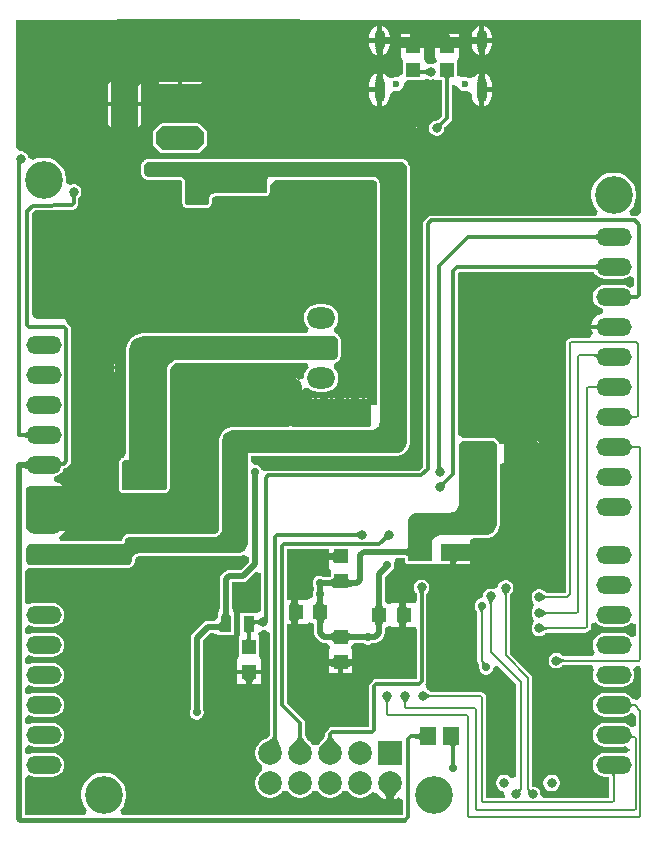
<source format=gbr>
G04*
G04 #@! TF.GenerationSoftware,Altium Limited,Altium Designer,24.2.2 (26)*
G04*
G04 Layer_Physical_Order=2*
G04 Layer_Color=16711680*
%FSLAX44Y44*%
%MOMM*%
G71*
G04*
G04 #@! TF.SameCoordinates,411CF6F5-C546-4132-A14B-87BDE19E8412*
G04*
G04*
G04 #@! TF.FilePolarity,Positive*
G04*
G01*
G75*
%ADD13C,0.2000*%
%ADD17C,0.3000*%
%ADD22R,1.2000X1.2000*%
%ADD31R,2.0000X1.2000*%
%ADD32R,1.2000X1.2000*%
%ADD46O,2.4000X1.8000*%
%ADD75C,0.5000*%
%ADD76C,0.4000*%
%ADD77R,2.0000X2.0000*%
%ADD78C,2.0000*%
%ADD79C,3.2004*%
%ADD80O,3.0000X1.5000*%
%AMCUSTOMSHAPE81*
4,1,8,-1.0000,-1.5250,-0.5000,-2.0250,0.5000,-2.0250,1.0000,-1.5250,1.0000,1.5250,0.5000,2.0250,-0.5000,2.0250,-1.0000,1.5250,-1.0000,-1.5250,0.0*%
%ADD81CUSTOMSHAPE81*%

%AMCUSTOMSHAPE82*
4,1,8,-1.5250,1.0000,-2.0250,0.5000,-2.0250,-0.5000,-1.5250,-1.0000,1.5250,-1.0000,2.0250,-0.5000,2.0250,0.5000,1.5250,1.0000,-1.5250,1.0000,0.0*%
%ADD82CUSTOMSHAPE82*%

%ADD83R,2.4000X1.8000*%
%ADD84O,0.9000X1.7000*%
%ADD85O,0.9000X2.0000*%
%ADD86C,0.6000*%
%ADD87C,0.8000*%
%ADD88C,0.7000*%
%ADD89C,1.0000*%
%ADD90R,1.4000X1.5000*%
%ADD91R,0.8700X1.3700*%
%ADD92C,0.3500*%
G36*
X244666Y682811D02*
X245008Y683172D01*
X532371D01*
Y519192D01*
X528981Y516991D01*
X528528Y516904D01*
X528371Y516925D01*
X527200Y517158D01*
X527200Y517158D01*
X524288D01*
X522631Y521158D01*
X524030Y522557D01*
X526109Y525669D01*
X527542Y529127D01*
X528272Y532799D01*
Y536541D01*
X527542Y540213D01*
X526109Y543671D01*
X524030Y546783D01*
X521383Y549430D01*
X518271Y551509D01*
X514813Y552942D01*
X511142Y553672D01*
X507398D01*
X503727Y552942D01*
X500269Y551509D01*
X497157Y549430D01*
X494510Y546783D01*
X492431Y543671D01*
X490998Y540213D01*
X490268Y536541D01*
Y532799D01*
X490998Y529127D01*
X492431Y525669D01*
X494510Y522557D01*
X495909Y521158D01*
X494252Y517158D01*
X354719D01*
X353158Y516848D01*
X351835Y515964D01*
X351835Y515964D01*
X348906Y513035D01*
X348022Y511712D01*
X347712Y510151D01*
X347712Y510151D01*
Y304338D01*
X344632Y301258D01*
X216973D01*
X215412Y300948D01*
X215320Y300886D01*
X214255Y300942D01*
X211819Y301856D01*
X210928Y302559D01*
X210911Y302623D01*
X210121Y303991D01*
X209004Y305108D01*
X207636Y305898D01*
X206110Y306307D01*
X204530D01*
X201983Y309681D01*
X202525Y313681D01*
X325995D01*
X326242Y313730D01*
X326493D01*
X328210Y314072D01*
X328442Y314168D01*
X328688Y314217D01*
X330306Y314887D01*
X330515Y315026D01*
X330747Y315122D01*
X332203Y316095D01*
X332380Y316273D01*
X332589Y316412D01*
X333827Y317650D01*
X333967Y317859D01*
X334144Y318037D01*
X335117Y319493D01*
X335213Y319725D01*
X335353Y319933D01*
X336023Y321551D01*
X336072Y321797D01*
X336168Y322029D01*
X336509Y323747D01*
Y323998D01*
X336558Y324244D01*
Y325118D01*
X336559Y325120D01*
X336559Y557528D01*
X336560Y558539D01*
X336560Y558539D01*
X336560Y558540D01*
X336465Y559018D01*
X336367Y559514D01*
X336366Y559515D01*
X336366Y559515D01*
X335593Y561383D01*
X335593Y561384D01*
X335593Y561384D01*
X335328Y561780D01*
X335041Y562210D01*
X335041Y562211D01*
X335040Y562211D01*
X333611Y563641D01*
X333610Y563641D01*
X333610Y563641D01*
X333186Y563924D01*
X332784Y564193D01*
X332783Y564193D01*
X332783Y564193D01*
X330915Y564966D01*
X330914Y564966D01*
X330914Y564967D01*
X330427Y565063D01*
X329939Y565160D01*
X329939Y565159D01*
X329938Y565160D01*
X328932Y565159D01*
X328930Y565159D01*
X115574Y565159D01*
X114816Y565160D01*
X114815Y565160D01*
X114815Y565160D01*
X114328Y565064D01*
X113840Y564967D01*
X113840Y564967D01*
X113839Y564967D01*
X112438Y564388D01*
X112438Y564388D01*
X112437Y564388D01*
X112018Y564108D01*
X111611Y563837D01*
X111610Y563836D01*
X111610Y563836D01*
X110538Y562765D01*
X110538Y562764D01*
X110537Y562764D01*
X110252Y562337D01*
X109985Y561938D01*
X109985Y561937D01*
X109985Y561937D01*
X109405Y560537D01*
X109404Y560536D01*
X109404Y560535D01*
X109309Y560054D01*
X109211Y559561D01*
X109211Y559561D01*
X109211Y559560D01*
X109211Y558802D01*
Y553719D01*
X109211Y552961D01*
X109211Y552961D01*
X109211Y552961D01*
X109307Y552476D01*
X109405Y551986D01*
X109405Y551986D01*
X109405Y551985D01*
X109985Y550585D01*
X109985Y550585D01*
X109985Y550585D01*
X110220Y550233D01*
X110537Y549758D01*
X110538Y549758D01*
X110538Y549758D01*
X111609Y548686D01*
X111610Y548686D01*
X111610Y548686D01*
X112085Y548369D01*
X112437Y548134D01*
X112437Y548134D01*
X112437Y548134D01*
X113837Y547554D01*
X113837Y547554D01*
X113838Y547554D01*
X114313Y547460D01*
X114813Y547361D01*
X114813Y547361D01*
X114813Y547361D01*
X115571Y547361D01*
X142116D01*
X142359Y547337D01*
X142914Y547108D01*
X143247Y546774D01*
X143477Y546219D01*
X143501Y545972D01*
Y529589D01*
X143501Y528831D01*
X143501Y528831D01*
X143501Y528830D01*
X143595Y528358D01*
X143695Y527855D01*
X143695Y527855D01*
X143695Y527855D01*
X144275Y526455D01*
X144275Y526455D01*
X144275Y526454D01*
X144576Y526004D01*
X144827Y525628D01*
X144828Y525628D01*
X144828Y525628D01*
X145899Y524556D01*
X145900Y524556D01*
X145900Y524556D01*
X146293Y524293D01*
X146727Y524004D01*
X146727Y524004D01*
X146727Y524004D01*
X148127Y523424D01*
X148128Y523424D01*
X148128Y523424D01*
X148592Y523332D01*
X149103Y523231D01*
X149103Y523231D01*
X149103Y523231D01*
X149861Y523231D01*
X163830D01*
X164335Y523231D01*
X165310Y523425D01*
X166244Y523812D01*
X167071Y524364D01*
X167785Y525079D01*
X167785Y525079D01*
X168338Y525906D01*
X168725Y526839D01*
X168919Y527814D01*
X168919Y528318D01*
X168919Y528320D01*
Y530735D01*
X168967Y531225D01*
X169387Y532238D01*
X170071Y532923D01*
X171085Y533342D01*
X171579Y533391D01*
X213360D01*
X213865Y533391D01*
X214841Y533585D01*
X214841Y533585D01*
X215774Y533972D01*
X216601Y534524D01*
X217315Y535239D01*
X217868Y536065D01*
X218255Y536999D01*
X218255Y536999D01*
X218255Y536999D01*
X218449Y537975D01*
X218449Y538478D01*
X218449Y538480D01*
X218449Y543411D01*
X222399Y547361D01*
X305946Y547361D01*
X306437Y547313D01*
X307450Y546894D01*
X308134Y546210D01*
X308553Y545197D01*
X308601Y544702D01*
X308601Y356880D01*
X304720Y356593D01*
X304206Y358510D01*
X303530Y359681D01*
X303530Y359410D01*
X303530Y349250D01*
X303530Y340360D01*
X303530Y340360D01*
Y339854D01*
X303143Y338921D01*
X302428Y338207D01*
X301495Y337820D01*
X238760D01*
X238254Y337820D01*
X237321Y338207D01*
X236607Y338921D01*
X236220Y339855D01*
X236220Y340360D01*
Y341630D01*
X236196D01*
X234063Y338227D01*
X233443Y337829D01*
X186690Y337829D01*
X185814Y337829D01*
X185568Y337780D01*
X185317D01*
X183599Y337438D01*
X183368Y337342D01*
X183121Y337293D01*
X181503Y336623D01*
X181295Y336484D01*
X181063Y336387D01*
X179607Y335415D01*
X179429Y335237D01*
X179220Y335098D01*
X177982Y333859D01*
X177843Y333651D01*
X177665Y333473D01*
X176692Y332017D01*
X176596Y331785D01*
X176457Y331576D01*
X175787Y329958D01*
X175738Y329712D01*
X175642Y329480D01*
X175300Y327763D01*
Y327512D01*
X175251Y327265D01*
X175251Y326390D01*
X175251Y252792D01*
X175227Y252296D01*
X175021Y251262D01*
X174641Y250345D01*
X174090Y249521D01*
X173389Y248820D01*
X172565Y248269D01*
X171648Y247889D01*
X170614Y247683D01*
X170117Y247659D01*
X99061Y247659D01*
X98303Y247659D01*
X98303Y247659D01*
X98302Y247659D01*
X97803Y247560D01*
X97327Y247465D01*
X97327Y247465D01*
X97327Y247465D01*
X95927Y246886D01*
X95926Y246885D01*
X95926Y246885D01*
X95511Y246608D01*
X95099Y246333D01*
X95099Y246333D01*
X95099Y246333D01*
X94027Y245261D01*
X94027Y245261D01*
X94027Y245261D01*
X93773Y244881D01*
X93475Y244434D01*
X93475Y244434D01*
X93475Y244433D01*
X92895Y243033D01*
X92895Y243033D01*
X92894Y243032D01*
X92797Y242542D01*
X92701Y242057D01*
X92403Y242001D01*
X88750Y241309D01*
X40968Y241309D01*
X40039Y244951D01*
X40079Y245309D01*
X42372Y247068D01*
X44215Y249470D01*
X44513Y250190D01*
X15239D01*
X15239D01*
X14481Y250190D01*
X13081Y250770D01*
X12010Y251842D01*
X11430Y253242D01*
X11430Y254000D01*
Y284480D01*
X11430Y285238D01*
X12009Y286639D01*
X13081Y287710D01*
X14482Y288290D01*
X15240Y288290D01*
X41909D01*
X42656Y288326D01*
X42773Y288350D01*
X42372Y288872D01*
X39970Y290715D01*
X37172Y291874D01*
X35385Y292109D01*
Y296144D01*
X36781Y296327D01*
X39213Y297335D01*
X41302Y298938D01*
X42905Y301027D01*
X43793Y303169D01*
X43962D01*
X43963Y303169D01*
X45523Y303480D01*
X46846Y304364D01*
X48604Y306121D01*
X48604Y306121D01*
X49488Y307445D01*
X49530Y307656D01*
X49530Y422502D01*
X49488Y422713D01*
X48604Y424036D01*
X48604Y424036D01*
X46846Y425794D01*
X46307Y426154D01*
X45795Y429016D01*
X45441Y429162D01*
X44450Y429260D01*
X22860Y429260D01*
X22860D01*
X21597Y429260D01*
X19263Y430227D01*
X17477Y432013D01*
X16510Y434347D01*
X16510Y435610D01*
Y510540D01*
X16510Y511415D01*
X16778Y512766D01*
Y519011D01*
X19364Y521596D01*
X50354Y521835D01*
X51116Y521993D01*
X51883Y522146D01*
X51896Y522155D01*
X51912Y522158D01*
X52558Y522597D01*
X53206Y523030D01*
X54954Y524777D01*
X54954Y524778D01*
X55838Y526101D01*
X56148Y527661D01*
Y531511D01*
X56178Y531674D01*
X56217Y531823D01*
X56264Y531956D01*
X56318Y532078D01*
X56382Y532193D01*
X56458Y532305D01*
X56548Y532418D01*
X56724Y532604D01*
X56838Y532785D01*
X57271Y533219D01*
X58127Y534701D01*
X58570Y536354D01*
Y538066D01*
X58127Y539719D01*
X57271Y541201D01*
X56061Y542411D01*
X54579Y543267D01*
X52926Y543710D01*
X51214D01*
X49561Y543267D01*
X49274Y543101D01*
X45858Y545155D01*
X45654Y545407D01*
X45672Y545499D01*
Y549241D01*
X44942Y552913D01*
X43509Y556371D01*
X41430Y559483D01*
X38783Y562130D01*
X35671Y564209D01*
X32213Y565642D01*
X28542Y566372D01*
X24799D01*
X21127Y565642D01*
X17669Y564209D01*
X14132Y565839D01*
X13677Y566353D01*
X13327Y567659D01*
X12471Y569141D01*
X11261Y570351D01*
X9779Y571207D01*
X8126Y571650D01*
X6414D01*
X3568Y574950D01*
Y683172D01*
X88694D01*
X88907Y683260D01*
X242570D01*
X242570Y683260D01*
X243580Y683260D01*
X244666Y682811D01*
D02*
G37*
G36*
X8972Y561530D02*
X8683Y561374D01*
X8425Y561190D01*
X8197Y560980D01*
X7999Y560743D01*
X7832Y560479D01*
X7696Y560188D01*
X7589Y559870D01*
X7514Y559525D01*
X7469Y559153D01*
X7454Y558754D01*
X4453Y559912D01*
X4445Y560292D01*
X4383Y561029D01*
X4329Y561386D01*
X4175Y562079D01*
X4076Y562414D01*
X3830Y563063D01*
X3685Y563376D01*
X8972Y561530D01*
D02*
G37*
G36*
X54623Y534091D02*
X54402Y533816D01*
X54207Y533526D01*
X54038Y533222D01*
X53895Y532903D01*
X53778Y532571D01*
X53687Y532225D01*
X53622Y531865D01*
X53583Y531490D01*
X53570Y531102D01*
X50570D01*
X50557Y531490D01*
X50518Y531865D01*
X50453Y532225D01*
X50362Y532571D01*
X50245Y532903D01*
X50102Y533222D01*
X49933Y533526D01*
X49738Y533816D01*
X49517Y534091D01*
X49270Y534353D01*
X54870D01*
X54623Y534091D01*
D02*
G37*
G36*
X494931Y496124D02*
X494896Y496407D01*
X494790Y496659D01*
X494615Y496882D01*
X494369Y497075D01*
X494053Y497239D01*
X493667Y497372D01*
X493210Y497476D01*
X492683Y497551D01*
X492087Y497595D01*
X491419Y497610D01*
Y500610D01*
X492087Y500625D01*
X493210Y500744D01*
X493667Y500848D01*
X494053Y500981D01*
X494369Y501145D01*
X494615Y501338D01*
X494790Y501561D01*
X494896Y501813D01*
X494931Y502096D01*
Y496124D01*
D02*
G37*
G36*
Y470724D02*
X494896Y471007D01*
X494790Y471259D01*
X494615Y471482D01*
X494369Y471675D01*
X494053Y471839D01*
X493667Y471972D01*
X493210Y472076D01*
X492683Y472151D01*
X492087Y472195D01*
X491419Y472210D01*
Y475210D01*
X492087Y475225D01*
X493210Y475344D01*
X493667Y475448D01*
X494053Y475581D01*
X494369Y475745D01*
X494615Y475938D01*
X494790Y476161D01*
X494896Y476413D01*
X494931Y476696D01*
Y470724D01*
D02*
G37*
G36*
X492410Y469615D02*
X492657Y469580D01*
X493035Y468667D01*
X494638Y466578D01*
X496727Y464975D01*
X499160Y463967D01*
X501770Y463624D01*
X516770D01*
X519380Y463967D01*
X521813Y464975D01*
X522782Y465718D01*
X526394Y464324D01*
X526782Y463973D01*
Y458047D01*
X526394Y457696D01*
X522782Y456302D01*
X521813Y457045D01*
X519380Y458053D01*
X516770Y458396D01*
X501770D01*
X499160Y458053D01*
X496727Y457045D01*
X494638Y455442D01*
X493035Y453353D01*
X492027Y450920D01*
X491684Y448310D01*
X492027Y445700D01*
X493035Y443267D01*
X494638Y441178D01*
X496727Y439575D01*
X499160Y438567D01*
X500555Y438384D01*
Y434349D01*
X498768Y434114D01*
X495970Y432955D01*
X493568Y431112D01*
X491725Y428710D01*
X490566Y425912D01*
X490434Y424910D01*
X509270D01*
Y420910D01*
X490434D01*
X490566Y419908D01*
X491448Y417779D01*
X490530Y415509D01*
X489240Y413779D01*
X473612D01*
X472246Y413507D01*
X471088Y412733D01*
X469917Y411562D01*
X469143Y410404D01*
X468871Y409038D01*
Y198328D01*
X468422Y197879D01*
X452529D01*
X452438Y197903D01*
X452318Y197948D01*
X452170Y198018D01*
X451995Y198119D01*
X451826Y198234D01*
X451301Y198667D01*
X451023Y198937D01*
X450828Y199064D01*
X450381Y199511D01*
X448899Y200367D01*
X447246Y200810D01*
X445534D01*
X443881Y200367D01*
X442399Y199511D01*
X441189Y198301D01*
X440333Y196819D01*
X439890Y195166D01*
Y193454D01*
X440333Y191801D01*
X441189Y190319D01*
X441330Y190178D01*
X442007Y187642D01*
X441330Y185107D01*
X441189Y184966D01*
X440333Y183484D01*
X439890Y181831D01*
Y180119D01*
X440333Y178466D01*
X441189Y176984D01*
X441330Y176843D01*
X442007Y174307D01*
X441330Y171772D01*
X441189Y171631D01*
X440333Y170149D01*
X439890Y168496D01*
Y166784D01*
X440333Y165131D01*
X441189Y163649D01*
X442399Y162439D01*
X443881Y161583D01*
X445534Y161140D01*
X447246D01*
X448899Y161583D01*
X450381Y162439D01*
X450828Y162886D01*
X451023Y163013D01*
X451328Y163308D01*
X451571Y163521D01*
X451794Y163695D01*
X451995Y163831D01*
X452170Y163932D01*
X452318Y164002D01*
X452438Y164047D01*
X452529Y164071D01*
X485238D01*
X486604Y164343D01*
X487762Y165117D01*
X488933Y166288D01*
X489707Y167446D01*
X489979Y168812D01*
Y171439D01*
X493979Y172797D01*
X494638Y171938D01*
X496727Y170335D01*
X499160Y169327D01*
X501770Y168984D01*
X516770D01*
X519380Y169327D01*
X521813Y170335D01*
X523902Y171938D01*
X524371Y172550D01*
X528371Y171192D01*
Y161548D01*
X524371Y160190D01*
X523902Y160802D01*
X521813Y162405D01*
X519380Y163413D01*
X516770Y163756D01*
X501770D01*
X499160Y163413D01*
X496727Y162405D01*
X494638Y160802D01*
X493035Y158713D01*
X492027Y156280D01*
X491684Y153670D01*
X492027Y151060D01*
X493035Y148627D01*
X493538Y147971D01*
X491693Y143971D01*
X466864D01*
X466773Y143996D01*
X466653Y144040D01*
X466505Y144111D01*
X466330Y144212D01*
X466161Y144326D01*
X465637Y144760D01*
X465359Y145030D01*
X465164Y145156D01*
X464716Y145604D01*
X463234Y146460D01*
X461581Y146903D01*
X459870D01*
X458217Y146460D01*
X456734Y145604D01*
X455524Y144394D01*
X454668Y142912D01*
X454225Y141258D01*
Y139547D01*
X454668Y137894D01*
X455524Y136412D01*
X456734Y135201D01*
X458217Y134346D01*
X459870Y133903D01*
X461581D01*
X463234Y134346D01*
X464716Y135201D01*
X465164Y135649D01*
X465359Y135775D01*
X465663Y136071D01*
X465907Y136284D01*
X466130Y136458D01*
X466330Y136593D01*
X466505Y136694D01*
X466653Y136765D01*
X466773Y136810D01*
X466864Y136834D01*
X490695D01*
X492160Y134629D01*
X492837Y132834D01*
X492027Y130880D01*
X491684Y128270D01*
X492027Y125660D01*
X493035Y123227D01*
X494638Y121138D01*
X496727Y119535D01*
X499160Y118527D01*
X501770Y118184D01*
X516770D01*
X519380Y118527D01*
X521813Y119535D01*
X523902Y121138D01*
X525505Y123227D01*
X526513Y125660D01*
X526856Y128270D01*
X526513Y130880D01*
X526002Y132114D01*
X528125Y135639D01*
X531345Y135480D01*
X532371Y133075D01*
Y109390D01*
X528793Y106949D01*
X525516Y107887D01*
X525505Y107913D01*
X523902Y110002D01*
X521813Y111605D01*
X519380Y112613D01*
X516770Y112956D01*
X501770D01*
X499160Y112613D01*
X496727Y111605D01*
X494638Y110002D01*
X493035Y107913D01*
X492027Y105480D01*
X491684Y102870D01*
X492027Y100260D01*
X493035Y97827D01*
X494638Y95738D01*
X496727Y94135D01*
X499160Y93127D01*
X501770Y92784D01*
X516770D01*
X519380Y93127D01*
X521813Y94135D01*
X523902Y95738D01*
X524740Y95881D01*
X528371Y93492D01*
Y85348D01*
X524371Y83990D01*
X523902Y84602D01*
X521813Y86205D01*
X519380Y87213D01*
X516770Y87556D01*
X501770D01*
X499160Y87213D01*
X496727Y86205D01*
X494638Y84602D01*
X493035Y82513D01*
X492027Y80080D01*
X491684Y77470D01*
X492027Y74859D01*
X493035Y72427D01*
X494638Y70338D01*
X496727Y68735D01*
X499160Y67727D01*
X501770Y67384D01*
X516770D01*
X519380Y67727D01*
X522460Y65893D01*
X522952Y65493D01*
Y64047D01*
X522460Y63647D01*
X519380Y61813D01*
X516770Y62156D01*
X501770D01*
X499160Y61813D01*
X496727Y60805D01*
X494638Y59202D01*
X493035Y57113D01*
X492027Y54681D01*
X491684Y52070D01*
X492027Y49460D01*
X493035Y47027D01*
X494638Y44938D01*
X496727Y43335D01*
X499160Y42327D01*
X501770Y41984D01*
X505701D01*
Y23889D01*
X450641D01*
X447190Y26464D01*
Y28176D01*
X446747Y29829D01*
X445891Y31311D01*
X444681Y32521D01*
X443199Y33377D01*
X441546Y33820D01*
X440449D01*
Y125730D01*
X440177Y127096D01*
X439403Y128253D01*
X421399Y146258D01*
Y195791D01*
X421423Y195882D01*
X421468Y196002D01*
X421538Y196150D01*
X421639Y196325D01*
X421754Y196494D01*
X422187Y197019D01*
X422458Y197297D01*
X422584Y197492D01*
X423031Y197939D01*
X423887Y199421D01*
X424330Y201074D01*
Y202786D01*
X423887Y204439D01*
X423031Y205921D01*
X421821Y207131D01*
X420339Y207987D01*
X418686Y208430D01*
X416974D01*
X415321Y207987D01*
X413839Y207131D01*
X412629Y205921D01*
X411773Y204439D01*
X411437Y203184D01*
X409289Y201791D01*
X407860Y201095D01*
X407332Y201069D01*
X405986Y201430D01*
X404274D01*
X402621Y200987D01*
X401139Y200131D01*
X399929Y198921D01*
X399073Y197439D01*
X398630Y195786D01*
X398437Y193973D01*
X395194Y192281D01*
X393826Y191491D01*
X392709Y190374D01*
X391919Y189006D01*
X391510Y187480D01*
Y185900D01*
X391919Y184374D01*
X392709Y183006D01*
X393103Y182612D01*
X393226Y182420D01*
X393449Y182189D01*
X393593Y182022D01*
X393707Y181870D01*
X393793Y181736D01*
X393857Y181619D01*
X393900Y181520D01*
X393929Y181436D01*
X393941Y181383D01*
Y139783D01*
X394213Y138417D01*
X394987Y137260D01*
X395574Y136673D01*
X395574Y136652D01*
X395570Y136583D01*
X395553Y136476D01*
X395491Y136233D01*
X395480Y136007D01*
X395320Y135410D01*
Y133830D01*
X395729Y132304D01*
X396519Y130936D01*
X397636Y129819D01*
X399004Y129029D01*
X400530Y128620D01*
X402110D01*
X403636Y129029D01*
X405004Y129819D01*
X406121Y130936D01*
X406911Y132304D01*
X407320Y133830D01*
Y134426D01*
X409858Y135963D01*
X411157Y136246D01*
X426961Y120442D01*
Y42826D01*
X426255Y42278D01*
X422351Y41038D01*
X421048Y42341D01*
X419452Y43263D01*
X417672Y43740D01*
X415828D01*
X414048Y43263D01*
X412452Y42341D01*
X411149Y41038D01*
X410227Y39442D01*
X409750Y37662D01*
Y35819D01*
X410227Y34038D01*
X411149Y32442D01*
X412452Y31139D01*
X414048Y30217D01*
X415828Y29740D01*
X417536Y26170D01*
X417014Y24071D01*
X416769Y23889D01*
X401079D01*
Y109318D01*
X400807Y110684D01*
X400033Y111842D01*
X398862Y113013D01*
X397704Y113787D01*
X396338Y114059D01*
X354119D01*
X354028Y114083D01*
X353908Y114128D01*
X353760Y114198D01*
X353585Y114299D01*
X353416Y114414D01*
X352892Y114847D01*
X352613Y115118D01*
X352418Y115244D01*
X351971Y115691D01*
X351124Y116180D01*
X350230Y118591D01*
X349946Y120834D01*
X350478Y121629D01*
X350788Y123190D01*
Y196681D01*
X350818Y196844D01*
X350857Y196993D01*
X350904Y197126D01*
X350958Y197248D01*
X351022Y197363D01*
X351098Y197475D01*
X351188Y197588D01*
X351364Y197775D01*
X351478Y197955D01*
X351911Y198389D01*
X352767Y199871D01*
X353210Y201524D01*
Y203236D01*
X352767Y204889D01*
X351911Y206371D01*
X350701Y207581D01*
X349219Y208437D01*
X347566Y208880D01*
X345854D01*
X344201Y208437D01*
X342719Y207581D01*
X341509Y206371D01*
X340653Y204889D01*
X340210Y203236D01*
Y201524D01*
X340653Y199871D01*
X341509Y198389D01*
X341942Y197955D01*
X342056Y197775D01*
X342232Y197588D01*
X342322Y197475D01*
X342397Y197363D01*
X342462Y197248D01*
X342516Y197126D01*
X342563Y196993D01*
X342602Y196844D01*
X342632Y196681D01*
Y192624D01*
X341556Y189070D01*
X338632Y189070D01*
X333556D01*
Y185890D01*
X333600Y185818D01*
X333925Y185465D01*
X334300Y185213D01*
X334725Y185061D01*
X335200Y185009D01*
X333556Y185014D01*
Y179070D01*
Y173126D01*
X335200Y173131D01*
X334725Y173079D01*
X334300Y172927D01*
X333925Y172675D01*
X333600Y172322D01*
X333556Y172250D01*
Y169070D01*
X338632D01*
X341556Y169070D01*
X342632Y165516D01*
Y124879D01*
X342481Y124728D01*
X308315D01*
X308315Y124728D01*
X306754Y124418D01*
X305431Y123534D01*
X305431Y123534D01*
X303673Y121777D01*
X302789Y120453D01*
X302479Y118893D01*
X302479Y118892D01*
Y84088D01*
X270998D01*
X270997Y84088D01*
X269437Y83778D01*
X268113Y82894D01*
X268113Y82894D01*
X266356Y81137D01*
X265472Y79813D01*
X265162Y78253D01*
X265162Y78253D01*
Y77849D01*
X265159Y77809D01*
X265067Y77404D01*
X264886Y76896D01*
X264601Y76294D01*
X264204Y75608D01*
X263690Y74848D01*
X263074Y74042D01*
X261422Y72170D01*
X260427Y71163D01*
X260294Y70962D01*
X259531Y70198D01*
X258832Y69153D01*
X257273Y68754D01*
X255807D01*
X254248Y69153D01*
X253549Y70198D01*
X252786Y70962D01*
X252653Y71163D01*
X251659Y72170D01*
X250005Y74042D01*
X249390Y74847D01*
X248876Y75608D01*
X248479Y76294D01*
X248194Y76896D01*
X248013Y77404D01*
X247922Y77809D01*
X247918Y77849D01*
Y87630D01*
X247608Y89191D01*
X246724Y90514D01*
X232678Y104559D01*
Y171610D01*
X236236D01*
X236169Y172440D01*
X236054Y173190D01*
X235894Y173841D01*
X235689Y174391D01*
X235437Y174841D01*
X235140Y175191D01*
X234797Y175441D01*
X234409Y175590D01*
X233974Y175641D01*
X237944Y175653D01*
Y181610D01*
Y187567D01*
X233974Y187579D01*
X234409Y187630D01*
X234797Y187780D01*
X235140Y188029D01*
X235437Y188379D01*
X235689Y188829D01*
X235894Y189380D01*
X236054Y190030D01*
X236169Y190779D01*
X236236Y191610D01*
X232678D01*
Y234741D01*
X268130D01*
Y231126D01*
X268972Y231200D01*
X269726Y231325D01*
X270380Y231500D01*
X270933Y231725D01*
X271386Y232000D01*
X271738Y232325D01*
X271990Y232700D01*
X272141Y233125D01*
X272191Y233600D01*
Y230686D01*
X278130D01*
Y226686D01*
X272191D01*
Y223600D01*
X272141Y224075D01*
X271990Y224500D01*
X271738Y224875D01*
X271386Y225200D01*
X270933Y225475D01*
X270380Y225700D01*
X269726Y225875D01*
X268972Y226000D01*
X268130Y226074D01*
Y218686D01*
X268130D01*
X269630Y216186D01*
Y211570D01*
X269563Y211543D01*
X269183Y211441D01*
X268648Y211352D01*
X268277Y211320D01*
X263520D01*
X262666Y211813D01*
X261140Y212222D01*
X259560D01*
X258034Y211813D01*
X256666Y211023D01*
X255549Y209906D01*
X254759Y208537D01*
X254350Y207011D01*
Y205432D01*
X254759Y203906D01*
X255252Y203051D01*
Y200020D01*
X254759Y199166D01*
X254350Y197640D01*
Y196060D01*
X254759Y194534D01*
X251744Y192195D01*
X249944Y191610D01*
X249944Y191610D01*
X249944Y191610D01*
X241944D01*
Y188713D01*
X242160Y188358D01*
X242485Y188005D01*
X242860Y187753D01*
X243285Y187601D01*
X243760Y187549D01*
X241944Y187555D01*
Y181610D01*
Y175665D01*
X243760Y175671D01*
X243285Y175619D01*
X242860Y175467D01*
X242485Y175215D01*
X242160Y174862D01*
X241944Y174507D01*
Y171610D01*
X249944D01*
Y171610D01*
X251857Y172758D01*
X252404Y172745D01*
X253413Y172563D01*
X253786Y172440D01*
X255846Y171494D01*
Y163543D01*
X256234Y161592D01*
X257339Y159938D01*
X260268Y157009D01*
X261922Y155904D01*
X263873Y155516D01*
X265733D01*
X267688Y154250D01*
X268937Y152190D01*
X268976Y151742D01*
X268961Y151485D01*
X268130Y149614D01*
X268130Y148735D01*
Y141614D01*
X271027D01*
X271382Y141830D01*
X271735Y142155D01*
X271987Y142530D01*
X272139Y142955D01*
X272191Y143430D01*
X272185Y141614D01*
X278130D01*
X284075D01*
X284069Y143430D01*
X284121Y142955D01*
X284273Y142530D01*
X284525Y142155D01*
X284878Y141830D01*
X285233Y141614D01*
X288130D01*
Y148735D01*
X288130Y149614D01*
X287299Y151485D01*
X287284Y151741D01*
X287323Y152190D01*
X288572Y154250D01*
X290527Y155516D01*
X297009D01*
X297306Y155219D01*
X298674Y154429D01*
X300200Y154020D01*
X301780D01*
X303306Y154429D01*
X304674Y155219D01*
X304971Y155516D01*
X307627D01*
X309578Y155904D01*
X311232Y157009D01*
X314161Y159938D01*
X315266Y161592D01*
X315654Y163543D01*
Y166673D01*
X316920Y168628D01*
X318980Y169877D01*
X319429Y169916D01*
X319685Y169901D01*
X321556Y169070D01*
X322435Y169070D01*
X327677D01*
X327510Y170651D01*
X327362Y171301D01*
X327172Y171850D01*
X326939Y172300D01*
X326664Y172651D01*
X326347Y172901D01*
X325988Y173050D01*
X325587Y173100D01*
X329556Y173113D01*
Y179070D01*
Y185027D01*
X325587Y185040D01*
X325988Y185089D01*
X326347Y185240D01*
X326664Y185490D01*
X326939Y185840D01*
X327172Y186290D01*
X327362Y186840D01*
X327510Y187489D01*
X327616Y188239D01*
X327677Y189070D01*
X322435D01*
X321556Y189070D01*
X319685Y188239D01*
X319428Y188224D01*
X318980Y188263D01*
X316920Y189512D01*
X315654Y191467D01*
Y211383D01*
X319603Y215332D01*
X319816Y215389D01*
X321184Y216179D01*
X322301Y217296D01*
X323091Y218664D01*
X323500Y220190D01*
Y221770D01*
X323091Y223296D01*
X323082Y223312D01*
X324716Y226867D01*
X325204Y227312D01*
X331558D01*
X331931Y227279D01*
X332467Y227191D01*
X332731Y227120D01*
Y224790D01*
X332925Y223815D01*
X333478Y222988D01*
X334305Y222435D01*
X335280Y222241D01*
X355480D01*
X355600Y222241D01*
X359529Y222410D01*
X361163Y222410D01*
X370883D01*
X370810Y223241D01*
X370685Y223990D01*
X370510Y224641D01*
X370449Y224790D01*
X363220D01*
Y238760D01*
X387410D01*
Y239831D01*
X387410Y242410D01*
X390821Y243831D01*
X401051Y243831D01*
X401297Y243880D01*
X401548D01*
X403511Y244270D01*
X403743Y244366D01*
X403989Y244415D01*
X405838Y245181D01*
X406047Y245321D01*
X406279Y245417D01*
X407943Y246529D01*
X408120Y246706D01*
X408329Y246846D01*
X409744Y248261D01*
X409884Y248470D01*
X410061Y248647D01*
X411173Y250311D01*
X411269Y250543D01*
X411409Y250752D01*
X412174Y252601D01*
X412223Y252847D01*
X412319Y253079D01*
X412710Y255042D01*
Y255293D01*
X412759Y255539D01*
Y256540D01*
Y306603D01*
X416560Y307528D01*
Y322580D01*
Y323590D01*
X416571Y323616D01*
X413890Y323420D01*
X412682Y323725D01*
X412565Y324313D01*
X411985Y325713D01*
X411985Y325713D01*
X411985Y325713D01*
X411432Y326540D01*
X411432Y326540D01*
X410361Y327612D01*
X409534Y328165D01*
X408133Y328745D01*
X407158Y328939D01*
X406400Y328939D01*
X382270Y328939D01*
X382270Y328939D01*
X381512Y328939D01*
X381458Y328928D01*
X379002Y330224D01*
X377458Y331713D01*
Y468993D01*
X378097Y469632D01*
X492186D01*
X492410Y469615D01*
D02*
G37*
G36*
X523644Y451013D02*
X523750Y450761D01*
X523925Y450538D01*
X524171Y450345D01*
X524487Y450181D01*
X524873Y450048D01*
X525330Y449944D01*
X525857Y449869D01*
X526453Y449825D01*
X527121Y449810D01*
Y446810D01*
X526453Y446795D01*
X525330Y446676D01*
X524873Y446572D01*
X524487Y446439D01*
X524171Y446275D01*
X523925Y446082D01*
X523750Y445859D01*
X523644Y445607D01*
X523609Y445324D01*
Y451296D01*
X523644Y451013D01*
D02*
G37*
G36*
X494367Y396783D02*
X494378Y396972D01*
X494340Y397142D01*
X494254Y397291D01*
X494120Y397421D01*
X493936Y397531D01*
X493704Y397621D01*
X493424Y397690D01*
X493095Y397740D01*
X492717Y397770D01*
X492291Y397780D01*
X492653Y399780D01*
X493082Y399790D01*
X493469Y399819D01*
X493815Y399869D01*
X494119Y399938D01*
X494382Y400026D01*
X494603Y400135D01*
X494784Y400263D01*
X494922Y400411D01*
X495019Y400578D01*
X495075Y400766D01*
X494367Y396783D01*
D02*
G37*
G36*
X494600Y370119D02*
X494578Y370307D01*
X494511Y370476D01*
X494399Y370624D01*
X494242Y370753D01*
X494041Y370862D01*
X493795Y370951D01*
X493504Y371021D01*
X493168Y371070D01*
X492788Y371100D01*
X492363Y371110D01*
Y373110D01*
X492788Y373120D01*
X493168Y373150D01*
X493504Y373199D01*
X493795Y373269D01*
X494041Y373358D01*
X494242Y373467D01*
X494399Y373596D01*
X494511Y373744D01*
X494578Y373913D01*
X494600Y374101D01*
Y370119D01*
D02*
G37*
G36*
X523962Y348513D02*
X524029Y348344D01*
X524141Y348196D01*
X524298Y348067D01*
X524499Y347958D01*
X524745Y347869D01*
X525036Y347799D01*
X525372Y347750D01*
X525752Y347720D01*
X526177Y347710D01*
Y345710D01*
X525752Y345700D01*
X525372Y345670D01*
X525036Y345621D01*
X524745Y345551D01*
X524499Y345462D01*
X524298Y345353D01*
X524141Y345224D01*
X524029Y345076D01*
X523962Y344907D01*
X523940Y344719D01*
Y348701D01*
X523962Y348513D01*
D02*
G37*
G36*
X115570Y562610D02*
X328930Y562610D01*
X328930Y562610D01*
X329940Y562611D01*
X331809Y561838D01*
X333238Y560409D01*
X334011Y558541D01*
X334010Y557530D01*
X334010Y325120D01*
X334009Y325120D01*
Y324244D01*
X333668Y322527D01*
X332998Y320909D01*
X332025Y319453D01*
X330787Y318215D01*
X329331Y317242D01*
X327713Y316572D01*
X325995Y316230D01*
X199390D01*
Y240030D01*
X199390Y240030D01*
X199390Y239154D01*
X199048Y237437D01*
X198378Y235819D01*
X197405Y234363D01*
X196167Y233125D01*
X194711Y232152D01*
X193093Y231482D01*
X191376Y231140D01*
X190500Y231140D01*
X106680D01*
X106680Y231140D01*
X105689Y231042D01*
X103858Y230284D01*
X102456Y228882D01*
X101698Y227051D01*
X101600Y226060D01*
X101600Y226060D01*
Y225049D01*
X100827Y223182D01*
X99397Y221753D01*
X97530Y220980D01*
X96520Y220980D01*
X15500D01*
X13632Y221753D01*
X12203Y223182D01*
X11430Y225049D01*
Y226060D01*
Y233680D01*
X11430Y234690D01*
X12203Y236558D01*
X13632Y237987D01*
X15499Y238760D01*
X16510Y238760D01*
X92710Y238760D01*
X92710D01*
X93205Y238809D01*
X94121Y239188D01*
X94822Y239888D01*
X95201Y240804D01*
X95250Y241300D01*
X95250Y241300D01*
X95250Y242058D01*
X95830Y243458D01*
X96902Y244530D01*
X98302Y245110D01*
X99060Y245110D01*
X170180Y245110D01*
D01*
X170180D01*
X170180D01*
X170927Y245147D01*
X172392Y245438D01*
X173772Y246010D01*
X175014Y246840D01*
X176070Y247896D01*
X176900Y249138D01*
X177472Y250518D01*
X177763Y251983D01*
X177800Y252730D01*
X177800Y326390D01*
X177800Y327266D01*
X178142Y328983D01*
X178812Y330601D01*
X179785Y332057D01*
X181023Y333295D01*
X182479Y334268D01*
X184097Y334938D01*
X185814Y335280D01*
X186690Y335280D01*
X303530Y335280D01*
Y335280D01*
X304277Y335317D01*
X305742Y335608D01*
X307122Y336180D01*
X308364Y337010D01*
X309420Y338066D01*
X310250Y339308D01*
X310822Y340688D01*
X311113Y342153D01*
X311150Y342900D01*
X311150Y544830D01*
X311150Y544830D01*
X311053Y545821D01*
X310295Y547653D01*
X308893Y549055D01*
X307061Y549813D01*
X306070Y549910D01*
X218440Y549910D01*
X218440Y549910D01*
X217944Y549861D01*
X217029Y549482D01*
X216328Y548781D01*
X215949Y547865D01*
X215900Y547370D01*
X215900Y538480D01*
X215900Y538480D01*
X215900Y537975D01*
X215513Y537041D01*
X214799Y536327D01*
X213865Y535940D01*
X213360Y535940D01*
X171450D01*
X171450Y535940D01*
X170459Y535842D01*
X168628Y535084D01*
X167226Y533682D01*
X166468Y531851D01*
X166370Y530860D01*
Y528320D01*
X166370Y528320D01*
X166370Y527814D01*
X165983Y526881D01*
X165269Y526167D01*
X164335Y525780D01*
X163830Y525780D01*
X149860D01*
X149102Y525779D01*
X147702Y526359D01*
X146630Y527430D01*
X146050Y528830D01*
X146050Y529588D01*
Y546100D01*
X146050Y546100D01*
X145977Y546843D01*
X145409Y548218D01*
X144358Y549269D01*
X142984Y549837D01*
X142240Y549910D01*
X115570D01*
X114812Y549910D01*
X113412Y550489D01*
X112340Y551561D01*
X111760Y552961D01*
X111760Y553719D01*
Y558803D01*
X111760Y559561D01*
X112339Y560961D01*
X113412Y562033D01*
X114812Y562611D01*
X115570Y562610D01*
D02*
G37*
G36*
X24514Y329312D02*
X24414Y329363D01*
X24219Y329409D01*
X23930Y329449D01*
X23071Y329514D01*
X19281Y329581D01*
Y332581D01*
X24514Y332850D01*
Y329312D01*
D02*
G37*
G36*
X12539Y328095D02*
X12487Y328378D01*
X12367Y328630D01*
X12178Y328853D01*
X11920Y329046D01*
X11595Y329210D01*
X11200Y329343D01*
X10737Y329447D01*
X10206Y329522D01*
X9606Y329566D01*
X8937Y329581D01*
X8774Y332581D01*
X9438Y332596D01*
X10030Y332641D01*
X10551Y332715D01*
X11000Y332820D01*
X11377Y332954D01*
X11682Y333118D01*
X11916Y333312D01*
X12077Y333535D01*
X12167Y333789D01*
X12186Y334072D01*
X12539Y328095D01*
D02*
G37*
G36*
X406400Y326390D02*
X407158Y326390D01*
X408558Y325810D01*
X409630Y324738D01*
X410210Y323338D01*
X410210Y322580D01*
X410210Y322580D01*
Y256540D01*
Y255539D01*
X409819Y253576D01*
X409054Y251727D01*
X407942Y250063D01*
X406527Y248648D01*
X404863Y247536D01*
X403013Y246770D01*
X401051Y246380D01*
X400050D01*
X361950Y246380D01*
X360711Y246258D01*
X358422Y245310D01*
X356670Y243558D01*
X355722Y241269D01*
X355600Y240030D01*
Y224790D01*
X335280D01*
Y228281D01*
X335270Y228310D01*
X335018Y228685D01*
X334666Y229010D01*
X334213Y229285D01*
X333660Y229510D01*
X333006Y229685D01*
X332252Y229810D01*
X331396Y229885D01*
X330440Y229910D01*
Y234910D01*
X331396Y234935D01*
X332252Y235010D01*
X333006Y235135D01*
X333660Y235310D01*
X334213Y235535D01*
X334666Y235810D01*
X335018Y236135D01*
X335270Y236510D01*
X335280Y236539D01*
Y257810D01*
Y258561D01*
X335573Y260033D01*
X336147Y261419D01*
X336981Y262667D01*
X338042Y263729D01*
X339291Y264563D01*
X340677Y265137D01*
X342150Y265430D01*
X342900D01*
Y265430D01*
X369570Y265430D01*
X370441Y265473D01*
X372151Y265813D01*
X373761Y266480D01*
X375210Y267448D01*
X376442Y268680D01*
X377410Y270129D01*
X378077Y271739D01*
X378417Y273449D01*
X378460Y274320D01*
X378460Y274320D01*
Y322580D01*
X378460Y323338D01*
X379040Y324738D01*
X380112Y325810D01*
X381512Y326390D01*
X382270Y326390D01*
X382270Y326390D01*
X406400Y326390D01*
D02*
G37*
G36*
X523962Y323113D02*
X524029Y322944D01*
X524141Y322796D01*
X524298Y322667D01*
X524499Y322558D01*
X524745Y322469D01*
X525036Y322399D01*
X525372Y322350D01*
X525752Y322320D01*
X526177Y322310D01*
Y320310D01*
X525752Y320300D01*
X525372Y320270D01*
X525036Y320221D01*
X524745Y320151D01*
X524499Y320062D01*
X524298Y319953D01*
X524141Y319824D01*
X524029Y319676D01*
X523962Y319507D01*
X523940Y319319D01*
Y323301D01*
X523962Y323113D01*
D02*
G37*
G36*
X40759Y309468D02*
X40878Y309317D01*
X41057Y309183D01*
X41294Y309068D01*
X41591Y308970D01*
X41947Y308890D01*
X42362Y308828D01*
X42837Y308783D01*
X43963Y308748D01*
Y305748D01*
X43471Y305739D01*
X42654Y305667D01*
X42328Y305604D01*
X42056Y305523D01*
X41840Y305424D01*
X41679Y305307D01*
X41572Y305172D01*
X41521Y305019D01*
X41525Y304848D01*
X40699Y309636D01*
X40759Y309468D01*
D02*
G37*
G36*
X363296Y305502D02*
X363336Y305128D01*
X363403Y304769D01*
X363497Y304426D01*
X363619Y304098D01*
X363767Y303785D01*
X363941Y303489D01*
X364143Y303207D01*
X364372Y302942D01*
X364628Y302691D01*
X359033Y302457D01*
X359270Y302729D01*
X359482Y303015D01*
X359670Y303313D01*
X359832Y303624D01*
X359970Y303947D01*
X360082Y304284D01*
X360170Y304633D01*
X360232Y304994D01*
X360270Y305369D01*
X360282Y305756D01*
X363282Y305892D01*
X363296Y305502D01*
D02*
G37*
G36*
X13634Y301089D02*
X13569Y301561D01*
X13374Y301982D01*
X13048Y302355D01*
X12592Y302677D01*
X12006Y302950D01*
X11290Y303173D01*
X10444Y303347D01*
X9467Y303471D01*
X8360Y303545D01*
X7123Y303570D01*
Y308570D01*
X8360Y308595D01*
X10444Y308793D01*
X11290Y308967D01*
X12006Y309190D01*
X12592Y309463D01*
X13048Y309785D01*
X13374Y310158D01*
X13569Y310579D01*
X13634Y311051D01*
Y301089D01*
D02*
G37*
G36*
X367330Y290278D02*
X367064Y289995D01*
X366827Y289702D01*
X366618Y289402D01*
X366438Y289092D01*
X366286Y288775D01*
X366162Y288449D01*
X366066Y288114D01*
X365999Y287771D01*
X365960Y287420D01*
X365950Y287060D01*
X361990Y291020D01*
X362350Y291030D01*
X362701Y291069D01*
X363044Y291136D01*
X363379Y291232D01*
X363705Y291356D01*
X364022Y291508D01*
X364332Y291688D01*
X364632Y291897D01*
X364925Y292134D01*
X365208Y292400D01*
X367330Y290278D01*
D02*
G37*
G36*
X293053Y244200D02*
X292792Y244447D01*
X292516Y244668D01*
X292226Y244863D01*
X291922Y245032D01*
X291603Y245175D01*
X291271Y245292D01*
X290925Y245383D01*
X290565Y245448D01*
X290190Y245487D01*
X289802Y245500D01*
Y248500D01*
X290190Y248513D01*
X290565Y248552D01*
X290925Y248617D01*
X291271Y248708D01*
X291603Y248825D01*
X291922Y248968D01*
X292226Y249137D01*
X292516Y249332D01*
X292792Y249553D01*
X293053Y249800D01*
Y244200D01*
D02*
G37*
G36*
X318730Y243000D02*
X318370Y242990D01*
X318019Y242951D01*
X317676Y242884D01*
X317341Y242788D01*
X317015Y242664D01*
X316698Y242512D01*
X316388Y242332D01*
X316088Y242123D01*
X315795Y241886D01*
X315512Y241620D01*
X313390Y243741D01*
X313656Y244025D01*
X313893Y244318D01*
X314102Y244618D01*
X314282Y244928D01*
X314434Y245245D01*
X314558Y245571D01*
X314654Y245906D01*
X314721Y246249D01*
X314760Y246600D01*
X314770Y246960D01*
X318730Y243000D01*
D02*
G37*
G36*
X199907Y228444D02*
X200222Y228042D01*
Y223942D01*
X193468Y217188D01*
X183729D01*
X181778Y216800D01*
X180124Y215695D01*
X177195Y212766D01*
X176090Y211112D01*
X175702Y209161D01*
Y184739D01*
X173950Y180800D01*
X173932Y178270D01*
X173950Y178177D01*
X173950Y177445D01*
X171106Y174008D01*
X165489D01*
X163538Y173620D01*
X161884Y172515D01*
X152605Y163236D01*
X151500Y161582D01*
X151112Y159631D01*
Y99690D01*
X150619Y98836D01*
X150210Y97310D01*
Y95730D01*
X150619Y94204D01*
X151409Y92836D01*
X152526Y91719D01*
X153894Y90929D01*
X155420Y90520D01*
X157000D01*
X158526Y90929D01*
X159894Y91719D01*
X161011Y92836D01*
X161801Y94204D01*
X162210Y95730D01*
Y97310D01*
X161801Y98836D01*
X161308Y99690D01*
Y157519D01*
X167601Y163812D01*
X170009D01*
X173950Y162100D01*
X176481Y162082D01*
X176573Y162100D01*
X177950Y162100D01*
X187650D01*
Y176800D01*
X187650Y178177D01*
X187668Y178270D01*
X187650Y180800D01*
X185898Y184739D01*
Y206992D01*
X195580D01*
X197531Y207380D01*
X199185Y208485D01*
X206552Y215852D01*
X210552Y214195D01*
Y182003D01*
X207050Y180800D01*
X207050Y180800D01*
X193350D01*
Y162100D01*
X192160Y160224D01*
X192160D01*
X192160Y144103D01*
X190660Y140724D01*
X190660Y139845D01*
Y132724D01*
X200660D01*
X210660D01*
Y139845D01*
X210660Y140724D01*
X209160Y144103D01*
X209160Y144724D01*
Y160224D01*
X209160Y160224D01*
X209160Y160224D01*
X208531Y163808D01*
X209814Y164945D01*
X211808Y166306D01*
X213520D01*
X214172Y166481D01*
X216968Y165020D01*
X218172Y163862D01*
Y77677D01*
X218164Y77573D01*
X218077Y77215D01*
X217929Y76860D01*
X217700Y76486D01*
X217369Y76085D01*
X216916Y75657D01*
X216330Y75211D01*
X215604Y74757D01*
X214737Y74305D01*
X213663Y73833D01*
X213481Y73706D01*
X212519Y73307D01*
X210472Y71939D01*
X208731Y70198D01*
X207363Y68151D01*
X206420Y65876D01*
X205940Y63461D01*
Y60999D01*
X206420Y58584D01*
X207363Y56309D01*
X208731Y54262D01*
X210472Y52521D01*
X211517Y51822D01*
X211916Y50263D01*
Y48797D01*
X211517Y47238D01*
X210472Y46539D01*
X208731Y44798D01*
X207363Y42751D01*
X206420Y40476D01*
X205940Y38061D01*
Y35599D01*
X206420Y33184D01*
X207363Y30909D01*
X208731Y28862D01*
X210472Y27121D01*
X212519Y25753D01*
X214794Y24810D01*
X217209Y24330D01*
X219671D01*
X222086Y24810D01*
X224361Y25753D01*
X226408Y27121D01*
X228149Y28862D01*
X228848Y29907D01*
X230407Y30306D01*
X231873D01*
X233432Y29907D01*
X234131Y28862D01*
X235872Y27121D01*
X237919Y25753D01*
X240194Y24810D01*
X242609Y24330D01*
X245071D01*
X247486Y24810D01*
X249761Y25753D01*
X251808Y27121D01*
X253549Y28862D01*
X254248Y29907D01*
X255807Y30306D01*
X257273D01*
X258832Y29907D01*
X259531Y28862D01*
X261272Y27121D01*
X263319Y25753D01*
X265594Y24810D01*
X268009Y24330D01*
X270471D01*
X272886Y24810D01*
X275161Y25753D01*
X277208Y27121D01*
X278949Y28862D01*
X279648Y29907D01*
X281207Y30306D01*
X282673D01*
X284232Y29907D01*
X284931Y28862D01*
X286672Y27121D01*
X288719Y25753D01*
X290994Y24810D01*
X293409Y24330D01*
X295871D01*
X298286Y24810D01*
X300561Y25753D01*
X302608Y27121D01*
X304047Y28559D01*
X304451Y28744D01*
X304774Y28817D01*
X308843Y28388D01*
X309165Y27906D01*
X311115Y25956D01*
X313409Y24423D01*
X315956Y23368D01*
X317281Y23105D01*
X317135Y23651D01*
X316820Y24497D01*
X316415Y25348D01*
X315920Y26205D01*
X315335Y27067D01*
X314660Y27936D01*
X313895Y28809D01*
X313040Y29689D01*
X318040D01*
Y36830D01*
X322040D01*
Y29689D01*
X327040D01*
X326185Y28809D01*
X324745Y27067D01*
X324160Y26205D01*
X323665Y25348D01*
X323260Y24497D01*
X322945Y23651D01*
X322799Y23105D01*
X324124Y23368D01*
X326671Y24423D01*
X326947Y24607D01*
X330947Y22469D01*
Y10195D01*
X330840Y10088D01*
X93418D01*
X91761Y14088D01*
X92230Y14557D01*
X94309Y17669D01*
X95742Y21127D01*
X96472Y24799D01*
Y28542D01*
X95742Y32213D01*
X94309Y35671D01*
X92230Y38783D01*
X89583Y41430D01*
X86471Y43509D01*
X83013Y44942D01*
X79342Y45672D01*
X75599D01*
X71927Y44942D01*
X68469Y43509D01*
X65357Y41430D01*
X62710Y38783D01*
X60631Y35671D01*
X59198Y32213D01*
X58468Y28542D01*
Y24799D01*
X59198Y21127D01*
X60631Y17669D01*
X62710Y14557D01*
X63179Y14088D01*
X61522Y10088D01*
X10598D01*
Y41001D01*
X12825Y42474D01*
X14598Y43140D01*
X16559Y42327D01*
X19170Y41984D01*
X34170D01*
X36781Y42327D01*
X39213Y43335D01*
X41302Y44938D01*
X42905Y47027D01*
X43913Y49460D01*
X44256Y52070D01*
X43913Y54681D01*
X42905Y57113D01*
X41302Y59202D01*
X39213Y60805D01*
X36781Y61813D01*
X34170Y62156D01*
X19170D01*
X16559Y61813D01*
X14598Y61000D01*
X12825Y61666D01*
X11185Y62751D01*
Y66789D01*
X12825Y67874D01*
X14598Y68540D01*
X16559Y67727D01*
X19170Y67384D01*
X34170D01*
X36781Y67727D01*
X39213Y68735D01*
X41302Y70338D01*
X42905Y72427D01*
X43913Y74859D01*
X44256Y77470D01*
X43913Y80080D01*
X42905Y82513D01*
X41302Y84602D01*
X39213Y86205D01*
X36781Y87213D01*
X34170Y87556D01*
X19170D01*
X16559Y87213D01*
X14598Y86400D01*
X12825Y87066D01*
X11185Y88151D01*
Y92190D01*
X12825Y93274D01*
X14598Y93940D01*
X16559Y93127D01*
X19170Y92784D01*
X34170D01*
X36781Y93127D01*
X39213Y94135D01*
X41302Y95738D01*
X42905Y97827D01*
X43913Y100260D01*
X44256Y102870D01*
X43913Y105480D01*
X42905Y107913D01*
X41302Y110002D01*
X39213Y111605D01*
X36781Y112613D01*
X34170Y112956D01*
X19170D01*
X16559Y112613D01*
X14598Y111800D01*
X12825Y112466D01*
X11185Y113551D01*
Y117590D01*
X12825Y118674D01*
X14598Y119340D01*
X16559Y118527D01*
X19170Y118184D01*
X34170D01*
X36781Y118527D01*
X39213Y119535D01*
X41302Y121138D01*
X42905Y123227D01*
X43913Y125660D01*
X44256Y128270D01*
X43913Y130880D01*
X42905Y133313D01*
X41302Y135402D01*
X39213Y137005D01*
X36781Y138013D01*
X34170Y138356D01*
X19170D01*
X16559Y138013D01*
X14598Y137200D01*
X12825Y137866D01*
X11185Y138951D01*
Y142990D01*
X12825Y144074D01*
X14598Y144740D01*
X16559Y143927D01*
X19170Y143584D01*
X34170D01*
X36781Y143927D01*
X39213Y144935D01*
X41302Y146538D01*
X42905Y148627D01*
X43913Y151060D01*
X44256Y153670D01*
X43913Y156280D01*
X42905Y158713D01*
X41302Y160802D01*
X39213Y162405D01*
X36781Y163413D01*
X34170Y163756D01*
X19170D01*
X16559Y163413D01*
X14598Y162600D01*
X12825Y163266D01*
X11185Y164350D01*
Y168389D01*
X12825Y169474D01*
X14598Y170140D01*
X16559Y169327D01*
X19170Y168984D01*
X34170D01*
X36781Y169327D01*
X39213Y170335D01*
X41302Y171938D01*
X42905Y174027D01*
X43913Y176460D01*
X44256Y179070D01*
X43913Y181681D01*
X42905Y184113D01*
X41302Y186202D01*
X39213Y187805D01*
X36781Y188813D01*
X34170Y189156D01*
X19170D01*
X16559Y188813D01*
X14598Y188000D01*
X12825Y188666D01*
X10598Y190139D01*
Y216040D01*
X10785Y216345D01*
X14524Y218625D01*
X15500Y218431D01*
X96520D01*
X97530Y218431D01*
X98506Y218625D01*
X100373Y219398D01*
X101200Y219951D01*
X102629Y221380D01*
X103181Y222207D01*
X103955Y224074D01*
X104149Y225049D01*
Y225933D01*
X104197Y226425D01*
X104617Y227438D01*
X105302Y228123D01*
X106315Y228543D01*
X106806Y228591D01*
X190500D01*
X191376Y228591D01*
X191622Y228640D01*
X191873D01*
X193590Y228982D01*
X193822Y229078D01*
X194069Y229127D01*
X195686Y229797D01*
X195895Y229936D01*
X196127Y230032D01*
X196222Y230096D01*
X199907Y228444D01*
D02*
G37*
G36*
X284121Y210265D02*
X284273Y209840D01*
X284525Y209465D01*
X284878Y209140D01*
X285331Y208865D01*
X285884Y208640D01*
X286537Y208465D01*
X287291Y208340D01*
X288145Y208265D01*
X289100Y208240D01*
Y203240D01*
X288150Y203225D01*
X286549Y203103D01*
X285900Y202996D01*
X285350Y202859D01*
X284900Y202691D01*
X284550Y202493D01*
X284300Y202265D01*
X284149Y202006D01*
X284100Y201716D01*
X284069Y210740D01*
X284121Y210265D01*
D02*
G37*
G36*
X272160Y201716D02*
X272111Y202097D01*
X271961Y202438D01*
X271710Y202739D01*
X271360Y203000D01*
X270910Y203220D01*
X270361Y203401D01*
X269711Y203541D01*
X268960Y203641D01*
X268111Y203701D01*
X267160Y203722D01*
Y208722D01*
X268115Y208746D01*
X268969Y208822D01*
X269723Y208946D01*
X270376Y209121D01*
X270929Y209347D01*
X271382Y209622D01*
X271735Y209946D01*
X271987Y210322D01*
X272139Y210746D01*
X272191Y211222D01*
X272160Y201716D01*
D02*
G37*
G36*
X349263Y199261D02*
X349042Y198986D01*
X348847Y198696D01*
X348678Y198391D01*
X348535Y198073D01*
X348418Y197741D01*
X348327Y197395D01*
X348262Y197035D01*
X348223Y196660D01*
X348210Y196272D01*
X345210D01*
X345197Y196660D01*
X345158Y197035D01*
X345093Y197395D01*
X345002Y197741D01*
X344885Y198073D01*
X344742Y198391D01*
X344573Y198696D01*
X344378Y198986D01*
X344157Y199261D01*
X343910Y199523D01*
X349510D01*
X349263Y199261D01*
D02*
G37*
G36*
X420288Y198722D02*
X419712Y198025D01*
X419478Y197680D01*
X419280Y197337D01*
X419118Y196997D01*
X418992Y196658D01*
X418902Y196322D01*
X418848Y195989D01*
X418830Y195657D01*
X416830D01*
X416812Y195989D01*
X416758Y196322D01*
X416668Y196658D01*
X416542Y196997D01*
X416380Y197337D01*
X416182Y197680D01*
X415948Y198025D01*
X415678Y198372D01*
X415372Y198722D01*
X415030Y199073D01*
X420630D01*
X420288Y198722D01*
D02*
G37*
G36*
X449598Y196768D02*
X450295Y196192D01*
X450640Y195958D01*
X450983Y195760D01*
X451323Y195598D01*
X451662Y195472D01*
X451998Y195382D01*
X452332Y195328D01*
X452663Y195310D01*
Y193310D01*
X452332Y193292D01*
X451998Y193238D01*
X451662Y193148D01*
X451323Y193022D01*
X450983Y192860D01*
X450640Y192662D01*
X450295Y192428D01*
X449948Y192158D01*
X449598Y191852D01*
X449247Y191510D01*
Y197110D01*
X449598Y196768D01*
D02*
G37*
G36*
X407901Y192045D02*
X407556Y191698D01*
X407248Y191352D01*
X406977Y191008D01*
X406741Y190666D01*
X406542Y190326D01*
X406379Y189986D01*
X406252Y189649D01*
X406161Y189313D01*
X406107Y188979D01*
X406089Y188647D01*
X404089Y188668D01*
X404071Y188998D01*
X404017Y189332D01*
X403928Y189668D01*
X403803Y190007D01*
X403642Y190349D01*
X403445Y190694D01*
X403213Y191042D01*
X402945Y191392D01*
X402641Y191746D01*
X402301Y192102D01*
X407901Y192045D01*
D02*
G37*
G36*
X262875Y191624D02*
X262950Y190769D01*
X263075Y190014D01*
X263250Y189360D01*
X263475Y188807D01*
X263750Y188354D01*
X264075Y188002D01*
X264450Y187750D01*
X264875Y187599D01*
X265350Y187549D01*
X255350D01*
X255825Y187599D01*
X256250Y187750D01*
X256625Y188002D01*
X256950Y188354D01*
X257225Y188807D01*
X257450Y189360D01*
X257625Y190014D01*
X257750Y190769D01*
X257825Y191624D01*
X257850Y192579D01*
X262850D01*
X262875Y191624D01*
D02*
G37*
G36*
X313081Y189084D02*
X313156Y188228D01*
X313281Y187474D01*
X313456Y186820D01*
X313681Y186267D01*
X313956Y185814D01*
X314281Y185462D01*
X314656Y185210D01*
X315081Y185059D01*
X315556Y185009D01*
X305556D01*
X306031Y185059D01*
X306456Y185210D01*
X306831Y185462D01*
X307156Y185814D01*
X307431Y186267D01*
X307656Y186820D01*
X307831Y187474D01*
X307956Y188228D01*
X308031Y189084D01*
X308056Y190040D01*
X313056D01*
X313081Y189084D01*
D02*
G37*
G36*
X399684Y183905D02*
X399438Y183617D01*
X399221Y183328D01*
X399032Y183036D01*
X398872Y182741D01*
X398742Y182445D01*
X398641Y182146D01*
X398568Y181845D01*
X398525Y181541D01*
X398510Y181236D01*
X396510D01*
X396496Y181541D01*
X396452Y181845D01*
X396380Y182146D01*
X396278Y182445D01*
X396147Y182741D01*
X395988Y183036D01*
X395799Y183328D01*
X395582Y183617D01*
X395336Y183905D01*
X395060Y184191D01*
X399960D01*
X399684Y183905D01*
D02*
G37*
G36*
X183318Y182320D02*
X183464Y180720D01*
X183591Y180070D01*
X183755Y179520D01*
X183955Y179069D01*
X184192Y178720D01*
X184464Y178470D01*
X184774Y178319D01*
X185119Y178270D01*
X176481D01*
X176826Y178319D01*
X177136Y178470D01*
X177408Y178720D01*
X177645Y179069D01*
X177845Y179520D01*
X178009Y180070D01*
X178136Y180720D01*
X178227Y181469D01*
X178282Y182320D01*
X178300Y183270D01*
X183300D01*
X183318Y182320D01*
D02*
G37*
G36*
X449934Y182916D02*
X450220Y182586D01*
X450514Y182293D01*
X450815Y182041D01*
X451123Y181826D01*
X451439Y181651D01*
X451761Y181515D01*
X452091Y181418D01*
X452429Y181360D01*
X452773Y181340D01*
X452441Y179340D01*
X452128Y179324D01*
X451804Y179277D01*
X451467Y179198D01*
X451118Y179087D01*
X450757Y178944D01*
X450383Y178770D01*
X449997Y178564D01*
X449188Y178058D01*
X448766Y177757D01*
X449655Y183286D01*
X449934Y182916D01*
D02*
G37*
G36*
X216130Y178689D02*
X216133Y177989D01*
X216339Y174573D01*
X216395Y174298D01*
X216457Y174076D01*
X211630Y176670D01*
X211915Y176767D01*
X212170Y176899D01*
X212395Y177064D01*
X212590Y177264D01*
X212755Y177498D01*
X212890Y177766D01*
X212995Y178068D01*
X213070Y178404D01*
X213115Y178774D01*
X213130Y179179D01*
X216130Y178689D01*
D02*
G37*
G36*
X265469Y175621D02*
X265044Y175470D01*
X264669Y175218D01*
X264344Y174866D01*
X264069Y174413D01*
X263844Y173860D01*
X263669Y173206D01*
X263544Y172451D01*
X263469Y171596D01*
X263444Y170641D01*
X258444D01*
X258419Y171596D01*
X258344Y172451D01*
X258219Y173206D01*
X258044Y173860D01*
X257819Y174413D01*
X257544Y174866D01*
X257219Y175218D01*
X256844Y175470D01*
X256419Y175621D01*
X255944Y175671D01*
X265944D01*
X265469Y175621D01*
D02*
G37*
G36*
X204519Y175521D02*
X204610Y175266D01*
X204762Y175041D01*
X204974Y174846D01*
X205247Y174681D01*
X205580Y174546D01*
X205974Y174441D01*
X206429Y174366D01*
X206944Y174321D01*
X206960Y174321D01*
X207319Y174358D01*
X207679Y174423D01*
X208025Y174514D01*
X208357Y174631D01*
X208676Y174774D01*
X208980Y174943D01*
X209270Y175138D01*
X209546Y175359D01*
X209807Y175606D01*
Y170006D01*
X209546Y170253D01*
X209270Y170474D01*
X208980Y170669D01*
X208676Y170838D01*
X208357Y170981D01*
X208025Y171098D01*
X207679Y171189D01*
X207319Y171254D01*
X206960Y171291D01*
X206944Y171291D01*
X206429Y171246D01*
X205974Y171171D01*
X205580Y171066D01*
X205247Y170931D01*
X204974Y170766D01*
X204762Y170571D01*
X204610Y170346D01*
X204519Y170091D01*
X204489Y169806D01*
Y175806D01*
X204519Y175521D01*
D02*
G37*
G36*
X315081Y173081D02*
X314656Y172930D01*
X314281Y172678D01*
X313956Y172326D01*
X313681Y171873D01*
X313456Y171320D01*
X313281Y170666D01*
X313156Y169911D01*
X313081Y169056D01*
X313056Y168100D01*
X308056D01*
X308031Y169056D01*
X307956Y169911D01*
X307831Y170666D01*
X307656Y171320D01*
X307431Y171873D01*
X307156Y172326D01*
X306831Y172678D01*
X306456Y172930D01*
X306031Y173081D01*
X305556Y173131D01*
X315556D01*
X315081Y173081D01*
D02*
G37*
G36*
X449598Y170098D02*
X450295Y169522D01*
X450640Y169288D01*
X450983Y169090D01*
X451323Y168928D01*
X451662Y168802D01*
X451998Y168712D01*
X452332Y168658D01*
X452663Y168640D01*
Y166640D01*
X452332Y166622D01*
X451998Y166568D01*
X451662Y166478D01*
X451323Y166352D01*
X450983Y166190D01*
X450640Y165992D01*
X450295Y165758D01*
X449948Y165488D01*
X449598Y165182D01*
X449247Y164840D01*
Y170440D01*
X449598Y170098D01*
D02*
G37*
G36*
X176481Y164631D02*
X176430Y164969D01*
X176280Y165271D01*
X176031Y165538D01*
X175681Y165769D01*
X175231Y165965D01*
X174681Y166125D01*
X174030Y166250D01*
X173281Y166339D01*
X172430Y166392D01*
X171481Y166410D01*
Y171410D01*
X172430Y171435D01*
X173281Y171510D01*
X174030Y171635D01*
X174681Y171810D01*
X175231Y172035D01*
X175681Y172310D01*
X176031Y172635D01*
X176280Y173010D01*
X176430Y173435D01*
X176481Y173910D01*
Y164631D01*
D02*
G37*
G36*
X202915Y164631D02*
X202660Y164540D01*
X202435Y164388D01*
X202240Y164176D01*
X202075Y163903D01*
X201940Y163570D01*
X201835Y163176D01*
X201760Y162722D01*
X201715Y162206D01*
X201700Y161630D01*
X198700D01*
X198685Y162206D01*
X198640Y162722D01*
X198565Y163176D01*
X198460Y163570D01*
X198325Y163903D01*
X198160Y164176D01*
X197965Y164388D01*
X197740Y164540D01*
X197485Y164631D01*
X197200Y164661D01*
X203200D01*
X202915Y164631D01*
D02*
G37*
G36*
X201715Y160124D02*
X201760Y159614D01*
X201835Y159164D01*
X201940Y158773D01*
X202075Y158443D01*
X202240Y158174D01*
X202435Y157963D01*
X202660Y157814D01*
X202915Y157724D01*
X203200Y157694D01*
X197200D01*
X197485Y157724D01*
X197740Y157814D01*
X197965Y157963D01*
X198160Y158174D01*
X198325Y158443D01*
X198460Y158773D01*
X198565Y159164D01*
X198640Y159614D01*
X198685Y160124D01*
X198700Y160693D01*
X201700D01*
X201715Y160124D01*
D02*
G37*
G36*
X284119Y165139D02*
X284270Y164714D01*
X284522Y164339D01*
X284874Y164014D01*
X285327Y163739D01*
X285880Y163514D01*
X286534Y163339D01*
X287288Y163214D01*
X288144Y163139D01*
X289100Y163114D01*
Y158114D01*
X288144Y158089D01*
X287288Y158014D01*
X286534Y157889D01*
X285880Y157714D01*
X285327Y157489D01*
X284874Y157214D01*
X284522Y156889D01*
X284270Y156514D01*
X284119Y156089D01*
X284069Y155614D01*
Y165614D01*
X284119Y165139D01*
D02*
G37*
G36*
X272191Y155614D02*
X272141Y156089D01*
X271990Y156514D01*
X271738Y156889D01*
X271386Y157214D01*
X270933Y157489D01*
X270380Y157714D01*
X269726Y157889D01*
X268972Y158014D01*
X268116Y158089D01*
X267160Y158114D01*
Y163114D01*
X268116Y163139D01*
X268972Y163214D01*
X269726Y163339D01*
X270380Y163514D01*
X270933Y163739D01*
X271386Y164014D01*
X271738Y164339D01*
X271990Y164714D01*
X272141Y165139D01*
X272191Y165614D01*
Y155614D01*
D02*
G37*
G36*
X463934Y142861D02*
X464631Y142285D01*
X464976Y142051D01*
X465318Y141853D01*
X465659Y141691D01*
X465997Y141565D01*
X466333Y141475D01*
X466667Y141421D01*
X466998Y141403D01*
Y139403D01*
X466667Y139385D01*
X466333Y139331D01*
X465997Y139241D01*
X465659Y139115D01*
X465318Y138953D01*
X464976Y138755D01*
X464631Y138521D01*
X464283Y138251D01*
X463934Y137945D01*
X463582Y137603D01*
Y143203D01*
X463934Y142861D01*
D02*
G37*
G36*
X399372Y139351D02*
X399599Y139169D01*
X399850Y138995D01*
X400124Y138829D01*
X400420Y138670D01*
X401081Y138377D01*
X401445Y138242D01*
X402243Y137996D01*
X397963Y135610D01*
X398051Y135960D01*
X398106Y136298D01*
X398127Y136622D01*
X398114Y136935D01*
X398067Y137235D01*
X397987Y137523D01*
X397873Y137798D01*
X397726Y138061D01*
X397545Y138311D01*
X397330Y138549D01*
X399167Y139541D01*
X399372Y139351D01*
D02*
G37*
G36*
X351188Y112948D02*
X351885Y112372D01*
X352230Y112138D01*
X352573Y111940D01*
X352913Y111778D01*
X353252Y111652D01*
X353588Y111562D01*
X353922Y111508D01*
X354253Y111490D01*
Y109490D01*
X353922Y109472D01*
X353588Y109418D01*
X353252Y109328D01*
X352913Y109202D01*
X352573Y109040D01*
X352230Y108842D01*
X351885Y108608D01*
X351538Y108338D01*
X351188Y108032D01*
X350837Y107690D01*
Y113290D01*
X351188Y112948D01*
D02*
G37*
G36*
X335198Y107282D02*
X334622Y106585D01*
X334388Y106240D01*
X334190Y105897D01*
X334028Y105557D01*
X333902Y105218D01*
X333812Y104882D01*
X333758Y104549D01*
X333740Y104217D01*
X331740D01*
X331722Y104549D01*
X331668Y104882D01*
X331578Y105218D01*
X331452Y105557D01*
X331290Y105897D01*
X331092Y106240D01*
X330858Y106585D01*
X330588Y106932D01*
X330282Y107282D01*
X329940Y107633D01*
X335540D01*
X335198Y107282D01*
D02*
G37*
G36*
X319958D02*
X319382Y106585D01*
X319148Y106240D01*
X318950Y105897D01*
X318788Y105557D01*
X318662Y105218D01*
X318572Y104882D01*
X318518Y104549D01*
X318500Y104217D01*
X316500D01*
X316482Y104549D01*
X316428Y104882D01*
X316338Y105218D01*
X316212Y105557D01*
X316050Y105897D01*
X315852Y106240D01*
X315618Y106585D01*
X315348Y106932D01*
X315042Y107282D01*
X314700Y107633D01*
X320300D01*
X319958Y107282D01*
D02*
G37*
G36*
X524022Y104453D02*
X524084Y104284D01*
X524190Y104136D01*
X524341Y104007D01*
X524538Y103898D01*
X524780Y103809D01*
X525067Y103739D01*
X525399Y103690D01*
X525776Y103660D01*
X526199Y103650D01*
X526156Y101650D01*
X525728Y101640D01*
X525344Y101610D01*
X525005Y101561D01*
X524711Y101491D01*
X524460Y101402D01*
X524254Y101293D01*
X524092Y101164D01*
X523975Y101016D01*
X523902Y100847D01*
X523873Y100659D01*
X524007Y104641D01*
X524022Y104453D01*
D02*
G37*
G36*
X524179Y77757D02*
X524210Y77587D01*
X524289Y77438D01*
X524418Y77308D01*
X524596Y77198D01*
X524823Y77109D01*
X525100Y77039D01*
X525425Y76989D01*
X525800Y76959D01*
X526224Y76949D01*
X525811Y74949D01*
X525378Y74939D01*
X524987Y74910D01*
X524636Y74861D01*
X524327Y74791D01*
X524058Y74703D01*
X523831Y74594D01*
X523644Y74466D01*
X523499Y74318D01*
X523394Y74151D01*
X523331Y73964D01*
X524198Y77946D01*
X524179Y77757D01*
D02*
G37*
G36*
X345011Y72700D02*
X344976Y73032D01*
X344870Y73330D01*
X344693Y73593D01*
X344446Y73820D01*
X344128Y74012D01*
X343740Y74170D01*
X343281Y74292D01*
X342752Y74380D01*
X342151Y74433D01*
X341480Y74450D01*
Y77950D01*
X342151Y77968D01*
X342752Y78020D01*
X343281Y78108D01*
X343740Y78230D01*
X344128Y78387D01*
X344446Y78580D01*
X344693Y78808D01*
X344870Y79070D01*
X344976Y79367D01*
X345011Y79700D01*
Y72700D01*
D02*
G37*
G36*
X270795Y77426D02*
X270960Y76694D01*
X271235Y75921D01*
X271620Y75107D01*
X272115Y74253D01*
X272720Y73358D01*
X273435Y72423D01*
X275195Y70429D01*
X276240Y69371D01*
X262240Y69372D01*
X263285Y70429D01*
X265045Y72423D01*
X265760Y73358D01*
X266365Y74253D01*
X266860Y75107D01*
X267245Y75921D01*
X267520Y76694D01*
X267685Y77426D01*
X267740Y78117D01*
X270740D01*
X270795Y77426D01*
D02*
G37*
G36*
X245395Y77426D02*
X245560Y76694D01*
X245835Y75921D01*
X246220Y75107D01*
X246715Y74253D01*
X247320Y73358D01*
X248035Y72423D01*
X249795Y70429D01*
X250840Y69371D01*
X236840Y69371D01*
X237885Y70429D01*
X239645Y72423D01*
X240360Y73358D01*
X240965Y74253D01*
X241460Y75107D01*
X241845Y75921D01*
X242120Y76694D01*
X242285Y77426D01*
X242340Y78117D01*
X245340D01*
X245395Y77426D01*
D02*
G37*
G36*
X223750Y76704D02*
X223789Y76334D01*
X223905Y75812D01*
X224100Y75139D01*
X225148Y72205D01*
X227633Y66166D01*
X214689Y71500D01*
X215840Y72006D01*
X216871Y72543D01*
X217780Y73111D01*
X218568Y73711D01*
X219235Y74341D01*
X219780Y75003D01*
X220205Y75695D01*
X220508Y76419D01*
X220689Y77174D01*
X220750Y77959D01*
X223750Y76704D01*
D02*
G37*
G36*
X376095Y68731D02*
X375840Y68640D01*
X375615Y68488D01*
X375420Y68276D01*
X375255Y68003D01*
X375120Y67670D01*
X375015Y67276D01*
X374940Y66821D01*
X374895Y66306D01*
X374880Y65731D01*
X371880D01*
X371865Y66306D01*
X371820Y66821D01*
X371745Y67276D01*
X371640Y67670D01*
X371505Y68003D01*
X371340Y68276D01*
X371145Y68488D01*
X370920Y68640D01*
X370665Y68731D01*
X370380Y68761D01*
X376380D01*
X376095Y68731D01*
D02*
G37*
G36*
X374889Y54435D02*
X374918Y54096D01*
X374966Y53774D01*
X375032Y53471D01*
X375117Y53186D01*
X375222Y52919D01*
X375345Y52669D01*
X375488Y52438D01*
X375649Y52225D01*
X375830Y52030D01*
X370930D01*
X371110Y52225D01*
X371272Y52438D01*
X371414Y52669D01*
X371538Y52919D01*
X371642Y53186D01*
X371728Y53471D01*
X371795Y53774D01*
X371842Y54096D01*
X371870Y54435D01*
X371880Y54792D01*
X374880D01*
X374889Y54435D01*
D02*
G37*
G36*
X511080Y44574D02*
X510910Y44514D01*
X510760Y44412D01*
X510630Y44270D01*
X510520Y44087D01*
X510430Y43864D01*
X510360Y43600D01*
X510310Y43295D01*
X510280Y42950D01*
X510270Y42564D01*
X508270D01*
X508260Y42950D01*
X508230Y43295D01*
X508180Y43600D01*
X508110Y43864D01*
X508020Y44087D01*
X507910Y44270D01*
X507780Y44412D01*
X507630Y44514D01*
X507460Y44574D01*
X507270Y44595D01*
X511270D01*
X511080Y44574D01*
D02*
G37*
G36*
X431237Y30784D02*
X431029Y30563D01*
X430851Y30344D01*
X430701Y30127D01*
X430582Y29913D01*
X430492Y29701D01*
X430431Y29492D01*
X430400Y29285D01*
X430398Y29081D01*
X430425Y28879D01*
X430482Y28679D01*
X427588Y31225D01*
X427796Y31193D01*
X428007Y31190D01*
X428222Y31216D01*
X428441Y31270D01*
X428662Y31354D01*
X428888Y31465D01*
X429116Y31606D01*
X429348Y31775D01*
X429584Y31972D01*
X429823Y32199D01*
X431237Y30784D01*
D02*
G37*
G36*
X437826Y31972D02*
X438062Y31775D01*
X438294Y31606D01*
X438522Y31465D01*
X438747Y31354D01*
X438969Y31270D01*
X439188Y31216D01*
X439403Y31190D01*
X439614Y31193D01*
X439822Y31225D01*
X436928Y28679D01*
X436985Y28879D01*
X437012Y29081D01*
X437010Y29285D01*
X436979Y29492D01*
X436918Y29701D01*
X436828Y29913D01*
X436708Y30127D01*
X436559Y30344D01*
X436381Y30563D01*
X436173Y30784D01*
X437587Y32199D01*
X437826Y31972D01*
D02*
G37*
%LPC*%
G36*
X313080Y677790D02*
Y667480D01*
X315426D01*
Y670476D01*
X315478Y670002D01*
X315633Y669577D01*
X315891Y669203D01*
X316252Y668879D01*
X316717Y668604D01*
X317285Y668379D01*
X317955Y668205D01*
X318730Y668080D01*
X319607Y668005D01*
X319653Y668004D01*
Y669480D01*
X319361Y671699D01*
X318505Y673767D01*
X317142Y675542D01*
X315367Y676905D01*
X313299Y677761D01*
X313080Y677790D01*
D02*
G37*
G36*
X399580D02*
Y667480D01*
X406153D01*
Y669480D01*
X405861Y671699D01*
X405005Y673767D01*
X403642Y675542D01*
X401867Y676905D01*
X399799Y677761D01*
X399580Y677790D01*
D02*
G37*
G36*
X395580D02*
X395361Y677761D01*
X393293Y676905D01*
X391518Y675542D01*
X390155Y673767D01*
X389299Y671699D01*
X389007Y669480D01*
Y668004D01*
X389053Y668005D01*
X389930Y668080D01*
X390704Y668205D01*
X391376Y668379D01*
X391943Y668604D01*
X392408Y668879D01*
X392769Y669203D01*
X393027Y669577D01*
X393182Y670002D01*
X393234Y670476D01*
Y667480D01*
X395580D01*
Y677790D01*
D02*
G37*
G36*
X309080D02*
X308861Y677761D01*
X306793Y676905D01*
X305018Y675542D01*
X303655Y673767D01*
X302799Y671699D01*
X302507Y669480D01*
Y667480D01*
X309080D01*
Y677790D01*
D02*
G37*
G36*
X378300Y671130D02*
X370300D01*
Y663130D01*
X374251D01*
X374269Y667100D01*
X378300Y667809D01*
Y671130D01*
D02*
G37*
G36*
X366300D02*
X358300D01*
Y667809D01*
X362331Y667100D01*
X362349Y663130D01*
X366300D01*
Y671130D01*
D02*
G37*
G36*
X349090Y671130D02*
X341090D01*
Y663130D01*
X345041D01*
X345060Y667100D01*
X349090Y667809D01*
Y671130D01*
D02*
G37*
G36*
X337090D02*
X329090D01*
Y667809D01*
X333120Y667100D01*
X333139Y663130D01*
X337090D01*
Y671130D01*
D02*
G37*
G36*
X395580Y663480D02*
X393234D01*
Y660484D01*
X393182Y660958D01*
X393027Y661383D01*
X392769Y661757D01*
X392408Y662081D01*
X391943Y662356D01*
X391376Y662581D01*
X390704Y662755D01*
X389930Y662880D01*
X389053Y662955D01*
X389007Y662956D01*
Y661480D01*
X389299Y659261D01*
X390155Y657193D01*
X391518Y655418D01*
X393293Y654055D01*
X395071Y653319D01*
X395066Y653663D01*
X394954Y655291D01*
X394855Y656022D01*
X394575Y657314D01*
X394392Y657876D01*
X394181Y658382D01*
X393943Y658832D01*
X393676Y659226D01*
X395580D01*
Y663480D01*
D02*
G37*
G36*
X406153D02*
X399580D01*
Y659226D01*
X401484D01*
X401217Y658832D01*
X400979Y658382D01*
X400768Y657876D01*
X400586Y657314D01*
X400431Y656696D01*
X400305Y656022D01*
X400136Y654505D01*
X400094Y653663D01*
X400089Y653319D01*
X401867Y654055D01*
X403642Y655418D01*
X405005Y657193D01*
X405861Y659261D01*
X406153Y661480D01*
Y663480D01*
D02*
G37*
G36*
X315426D02*
X313080D01*
Y659226D01*
X314984D01*
X314717Y658832D01*
X314479Y658382D01*
X314268Y657876D01*
X314086Y657314D01*
X313931Y656696D01*
X313805Y656022D01*
X313636Y654505D01*
X313594Y653663D01*
X313589Y653319D01*
X315367Y654055D01*
X317142Y655418D01*
X318505Y657193D01*
X319361Y659261D01*
X319653Y661480D01*
Y662956D01*
X319607Y662955D01*
X318730Y662880D01*
X317955Y662755D01*
X317285Y662581D01*
X316717Y662356D01*
X316252Y662081D01*
X315891Y661757D01*
X315633Y661383D01*
X315478Y660958D01*
X315426Y660484D01*
Y663480D01*
D02*
G37*
G36*
X309080D02*
X302507D01*
Y661480D01*
X302799Y659261D01*
X303655Y657193D01*
X305018Y655418D01*
X306793Y654055D01*
X308571Y653319D01*
X308566Y653663D01*
X308454Y655291D01*
X308355Y656022D01*
X308074Y657314D01*
X307892Y657876D01*
X307681Y658382D01*
X307443Y658832D01*
X307176Y659226D01*
X309080D01*
Y663480D01*
D02*
G37*
G36*
X378300Y659130D02*
X368300D01*
X358300D01*
Y652009D01*
X358300Y651130D01*
X359792Y647769D01*
X358652Y646648D01*
X355800Y645145D01*
X355186Y645310D01*
X353474D01*
X351821Y644867D01*
X349343Y647876D01*
X348550Y649913D01*
X349090Y651130D01*
X349090Y652009D01*
Y659130D01*
X339090D01*
X329090D01*
Y652009D01*
X329090Y651130D01*
X330590Y647751D01*
X330590Y647130D01*
Y637248D01*
X329598Y636210D01*
X326590Y634581D01*
X326220Y634680D01*
X324640D01*
X323114Y634271D01*
X322653Y634005D01*
X320698Y633798D01*
X317610Y634733D01*
X317142Y635342D01*
X315367Y636705D01*
X313589Y637441D01*
X313594Y637097D01*
X313706Y635469D01*
X313805Y634738D01*
X314086Y633446D01*
X314268Y632884D01*
X314479Y632378D01*
X314717Y631928D01*
X314984Y631534D01*
X313080D01*
Y623780D01*
Y609970D01*
X313299Y609999D01*
X315367Y610855D01*
X317142Y612218D01*
X318505Y613993D01*
X319361Y616061D01*
X319653Y618280D01*
Y620535D01*
X321669Y622023D01*
X323653Y622944D01*
X324640Y622680D01*
X326220D01*
X327746Y623089D01*
X329114Y623879D01*
X330231Y624996D01*
X331021Y626364D01*
X331430Y627890D01*
X331430Y629470D01*
X334992Y631630D01*
X347590D01*
Y631630D01*
X351590Y632886D01*
X351821Y632753D01*
X353474Y632310D01*
X355186D01*
X355800Y632475D01*
X359800Y631630D01*
X359800Y631630D01*
X364222D01*
Y601737D01*
X360556Y598071D01*
X360420Y597976D01*
X360287Y597899D01*
X360160Y597838D01*
X360035Y597790D01*
X359908Y597754D01*
X359776Y597728D01*
X359632Y597713D01*
X359376Y597705D01*
X359168Y597657D01*
X358554D01*
X356901Y597214D01*
X355419Y596359D01*
X354209Y595148D01*
X353353Y593666D01*
X352910Y592013D01*
Y590302D01*
X353353Y588648D01*
X354209Y587166D01*
X355419Y585956D01*
X356901Y585100D01*
X358554Y584657D01*
X360266D01*
X361919Y585100D01*
X363401Y585956D01*
X364611Y587166D01*
X365467Y588648D01*
X365910Y590302D01*
Y590915D01*
X365958Y591123D01*
X365965Y591380D01*
X365981Y591523D01*
X366007Y591656D01*
X366043Y591782D01*
X366091Y591907D01*
X366152Y592034D01*
X366229Y592168D01*
X366323Y592303D01*
X371184Y597164D01*
X371184Y597164D01*
X372068Y598487D01*
X372378Y600047D01*
X372378Y600047D01*
Y627734D01*
X372973Y628069D01*
X374412Y628008D01*
X377639Y626364D01*
X378429Y624996D01*
X379546Y623879D01*
X380914Y623089D01*
X382440Y622680D01*
X384020D01*
X385007Y622944D01*
X386991Y622023D01*
X389007Y620535D01*
Y618280D01*
X389299Y616061D01*
X390155Y613993D01*
X391518Y612218D01*
X393293Y610855D01*
X395361Y609999D01*
X395580Y609970D01*
Y623780D01*
Y631534D01*
X393676D01*
X393943Y631928D01*
X394181Y632378D01*
X394392Y632884D01*
X394575Y633446D01*
X394729Y634064D01*
X394855Y634738D01*
X395024Y636255D01*
X395066Y637097D01*
X395071Y637441D01*
X393293Y636705D01*
X391518Y635342D01*
X391050Y634733D01*
X387962Y633798D01*
X386007Y634005D01*
X385546Y634271D01*
X384020Y634680D01*
X382440D01*
X380914Y634271D01*
X380800Y634205D01*
X377417Y635700D01*
X376800Y636344D01*
X376800Y647751D01*
X378300Y651130D01*
X378300Y652009D01*
Y659130D01*
D02*
G37*
G36*
X144240Y629920D02*
Y628632D01*
X157490D01*
X157490Y628632D01*
X159051Y628942D01*
X160374Y629826D01*
X160468Y629920D01*
X144240D01*
D02*
G37*
G36*
X124012Y629920D02*
X124106Y629826D01*
X125429Y628942D01*
X126990Y628632D01*
X126990Y628632D01*
X140240D01*
Y629920D01*
X124012Y629920D01*
D02*
G37*
G36*
X400089Y637441D02*
X400094Y637097D01*
X400206Y635469D01*
X400305Y634738D01*
X400586Y633446D01*
X400768Y632884D01*
X400979Y632378D01*
X401217Y631928D01*
X401484Y631534D01*
X399580D01*
Y625780D01*
X406153D01*
Y629280D01*
X405861Y631499D01*
X405005Y633567D01*
X403642Y635342D01*
X401867Y636705D01*
X400089Y637441D01*
D02*
G37*
G36*
X308571D02*
X306793Y636705D01*
X305018Y635342D01*
X303655Y633567D01*
X302799Y631499D01*
X302507Y629280D01*
Y625780D01*
X309080D01*
Y631534D01*
X307176D01*
X307443Y631928D01*
X307681Y632378D01*
X307892Y632884D01*
X308074Y633446D01*
X308229Y634064D01*
X308355Y634738D01*
X308524Y636255D01*
X308566Y637097D01*
X308571Y637441D01*
D02*
G37*
G36*
X108762Y628889D02*
X107536Y627662D01*
X106777Y625831D01*
X106680Y624840D01*
Y613710D01*
X109318D01*
Y626960D01*
X109318Y626960D01*
X109008Y628521D01*
X108762Y628889D01*
D02*
G37*
G36*
X83820Y631308D02*
X82356Y629844D01*
X81472Y628521D01*
X81162Y626960D01*
X81162Y626960D01*
Y613710D01*
X83820D01*
Y631308D01*
D02*
G37*
G36*
X406153Y621780D02*
X399580D01*
Y609970D01*
X399799Y609999D01*
X401867Y610855D01*
X403642Y612218D01*
X405005Y613993D01*
X405861Y616061D01*
X406153Y618280D01*
Y621780D01*
D02*
G37*
G36*
X309080D02*
X302507D01*
Y618280D01*
X302799Y616061D01*
X303655Y613993D01*
X305018Y612218D01*
X306793Y610855D01*
X308861Y609999D01*
X309080Y609970D01*
Y621780D01*
D02*
G37*
G36*
X341630Y597171D02*
X341630Y596900D01*
X341630Y594360D01*
X342746D01*
X342306Y596000D01*
X341630Y597171D01*
D02*
G37*
G36*
X109318Y609710D02*
X106680D01*
X106680Y592132D01*
X108124Y593576D01*
X109008Y594899D01*
X109318Y596460D01*
X109318Y596460D01*
Y609710D01*
D02*
G37*
G36*
X83820D02*
X81162D01*
Y596460D01*
X81162Y596460D01*
X81472Y594899D01*
X82356Y593576D01*
X83820Y592112D01*
Y609710D01*
D02*
G37*
G36*
X342746Y591820D02*
X341630D01*
X341630Y589008D01*
X342306Y590180D01*
X342746Y591820D01*
D02*
G37*
G36*
X157490Y595259D02*
X126990D01*
X126014Y595065D01*
X125188Y594512D01*
X120188Y589512D01*
X119635Y588685D01*
X119441Y587710D01*
Y577710D01*
X119635Y576735D01*
X120188Y575908D01*
X125188Y570908D01*
X126014Y570355D01*
X126990Y570161D01*
X157490D01*
X158465Y570355D01*
X159292Y570908D01*
X164292Y575908D01*
X164845Y576735D01*
X165039Y577710D01*
Y587710D01*
X164845Y588685D01*
X164292Y589512D01*
X159292Y594512D01*
X158465Y595065D01*
X157490Y595259D01*
D02*
G37*
G36*
X264620Y442129D02*
X258620D01*
X255618Y441734D01*
X252820Y440575D01*
X250418Y438732D01*
X248575Y436330D01*
X247416Y433532D01*
X247021Y430530D01*
X247416Y427528D01*
X248575Y424730D01*
X250418Y422328D01*
X251056Y421839D01*
X249698Y417839D01*
X111760Y417839D01*
X110509Y417839D01*
X110263Y417790D01*
X110012D01*
X107558Y417302D01*
X107326Y417206D01*
X107080Y417157D01*
X104769Y416199D01*
X104560Y416060D01*
X104328Y415964D01*
X102248Y414574D01*
X102070Y414397D01*
X101862Y414257D01*
X100093Y412488D01*
X99953Y412279D01*
X99776Y412102D01*
X98386Y410022D01*
X98290Y409790D01*
X98150Y409581D01*
X97193Y407270D01*
X97144Y407024D01*
X97048Y406792D01*
X96560Y404338D01*
Y404087D01*
X96511Y403841D01*
X96511Y402590D01*
X96511Y315908D01*
X94763Y312461D01*
X94746Y312429D01*
X94269Y312335D01*
X93771Y312236D01*
X93771Y312236D01*
X93770Y312236D01*
X92836Y311849D01*
X92836Y311849D01*
X92836Y311849D01*
X92412Y311566D01*
X92009Y311297D01*
X92009Y311297D01*
X92009Y311297D01*
X91294Y310582D01*
X91293Y310582D01*
X91293Y310581D01*
X91014Y310163D01*
X90741Y309755D01*
X90741Y309755D01*
X90741Y309754D01*
X90354Y308820D01*
X90354Y308820D01*
X90354Y308819D01*
X90258Y308335D01*
X90161Y307845D01*
X90161Y307844D01*
X90161Y307844D01*
X90161Y307339D01*
Y287021D01*
X90161Y286515D01*
X90161Y286515D01*
X90161Y286515D01*
X90265Y285993D01*
X90355Y285540D01*
X90355Y285540D01*
X90355Y285539D01*
X90741Y284606D01*
X90741Y284606D01*
X90742Y284606D01*
X91075Y284107D01*
X91294Y283779D01*
X91294Y283779D01*
X91294Y283779D01*
X92008Y283064D01*
X92009Y283064D01*
X92009Y283064D01*
X92419Y282790D01*
X92835Y282512D01*
X92836Y282512D01*
X92836Y282512D01*
X93769Y282125D01*
X93770Y282125D01*
X93770Y282125D01*
X94223Y282035D01*
X94745Y281931D01*
X94745Y281931D01*
X94745Y281931D01*
X95250Y281931D01*
X128775Y281931D01*
X129750Y282125D01*
X130684Y282512D01*
X131511Y283064D01*
X132225Y283778D01*
X132778Y284605D01*
X133164Y285539D01*
X133358Y286514D01*
X133358Y287018D01*
X133358Y287019D01*
X133359Y384747D01*
X133396Y385493D01*
X133698Y387016D01*
X134268Y388392D01*
X135096Y389631D01*
X136149Y390684D01*
X137388Y391511D01*
X138764Y392081D01*
X140287Y392384D01*
X141036Y392421D01*
X249698Y392421D01*
X251056Y388421D01*
X250418Y387932D01*
X248575Y385530D01*
X247416Y382732D01*
X247072Y380118D01*
X245566Y379094D01*
X244742Y378734D01*
X243179Y378265D01*
X241670Y379136D01*
X240030Y379576D01*
Y379306D01*
X241100Y378863D01*
X242348Y378029D01*
X243409Y376968D01*
X244243Y375720D01*
X244818Y374333D01*
X245110Y372860D01*
X245110Y372110D01*
X245110Y368028D01*
X245786Y369200D01*
X246143Y370530D01*
X247949Y371350D01*
X250300Y371682D01*
X250418Y371528D01*
X252820Y369685D01*
X255618Y368526D01*
X258620Y368131D01*
X264620D01*
X267622Y368526D01*
X270420Y369685D01*
X272822Y371528D01*
X274665Y373930D01*
X275824Y376728D01*
X276219Y379730D01*
X275824Y382732D01*
X274665Y385530D01*
X272822Y387932D01*
X272185Y388421D01*
X272362Y390428D01*
X273277Y392491D01*
X273335Y392580D01*
X273513Y392615D01*
X274913Y393195D01*
X275564Y393630D01*
X276120D01*
Y394127D01*
X276812Y394819D01*
X277364Y395646D01*
X277944Y397046D01*
X278138Y398022D01*
X278138Y398779D01*
X278139Y398779D01*
X278139Y411478D01*
X278139Y412236D01*
X277945Y413211D01*
X277364Y414613D01*
X276812Y415440D01*
X276812Y415440D01*
X276120Y416131D01*
Y416630D01*
X275563D01*
X274912Y417065D01*
X273511Y417645D01*
X273335Y417680D01*
X272358Y419858D01*
X272184Y421839D01*
X272822Y422328D01*
X274665Y424730D01*
X275824Y427528D01*
X276219Y430530D01*
X275824Y433532D01*
X274665Y436330D01*
X272822Y438732D01*
X270420Y440575D01*
X267622Y441734D01*
X264620Y442129D01*
D02*
G37*
G36*
X86360Y392702D02*
Y389890D01*
X87476D01*
X87036Y391530D01*
X86360Y392702D01*
D02*
G37*
G36*
X87476Y387350D02*
X86360D01*
Y384538D01*
X87036Y385710D01*
X87476Y387350D01*
D02*
G37*
G36*
X295910Y363066D02*
X294270Y362626D01*
X293098Y361950D01*
X295910D01*
Y363066D01*
D02*
G37*
G36*
X285115D02*
Y361950D01*
X287927D01*
X286755Y362626D01*
X285115Y363066D01*
D02*
G37*
G36*
X282575D02*
X280935Y362626D01*
X279763Y361950D01*
X282575D01*
Y363066D01*
D02*
G37*
G36*
X271780D02*
Y361950D01*
X274592D01*
X273420Y362626D01*
X271780Y363066D01*
D02*
G37*
G36*
X269240D02*
X267600Y362626D01*
X266428Y361950D01*
X269240D01*
Y363066D01*
D02*
G37*
G36*
X258445D02*
Y361950D01*
X261257D01*
X260085Y362626D01*
X258445Y363066D01*
D02*
G37*
G36*
X255905D02*
X254265Y362626D01*
X253093Y361950D01*
X255905D01*
Y363066D01*
D02*
G37*
G36*
X298450D02*
Y361950D01*
X300990D01*
X300990Y361950D01*
X301262Y361950D01*
X300090Y362626D01*
X298450Y363066D01*
D02*
G37*
%LPD*%
G36*
X351473Y636010D02*
X351212Y636257D01*
X350936Y636478D01*
X350646Y636673D01*
X350341Y636842D01*
X350023Y636985D01*
X349691Y637102D01*
X349345Y637193D01*
X348985Y637258D01*
X348610Y637297D01*
X348222Y637310D01*
Y640310D01*
X348610Y640323D01*
X348985Y640362D01*
X349345Y640427D01*
X349691Y640518D01*
X350023Y640635D01*
X350341Y640778D01*
X350646Y640947D01*
X350936Y641142D01*
X351212Y641363D01*
X351473Y641610D01*
Y636010D01*
D02*
G37*
G36*
X345059Y641525D02*
X345150Y641270D01*
X345302Y641045D01*
X345514Y640850D01*
X345787Y640685D01*
X346120Y640550D01*
X346514Y640445D01*
X346968Y640370D01*
X347484Y640325D01*
X348060Y640310D01*
Y637310D01*
X347484Y637295D01*
X346968Y637250D01*
X346514Y637175D01*
X346120Y637070D01*
X345787Y636935D01*
X345514Y636770D01*
X345302Y636575D01*
X345150Y636350D01*
X345059Y636095D01*
X345029Y635810D01*
Y641810D01*
X345059Y641525D01*
D02*
G37*
G36*
X371015Y634161D02*
X370760Y634070D01*
X370535Y633918D01*
X370340Y633706D01*
X370175Y633433D01*
X370040Y633100D01*
X369935Y632706D01*
X369860Y632252D01*
X369815Y631736D01*
X369800Y631161D01*
X366800D01*
X366785Y631736D01*
X366740Y632252D01*
X366665Y632706D01*
X366560Y633100D01*
X366425Y633433D01*
X366260Y633706D01*
X366065Y633918D01*
X365840Y634070D01*
X365585Y634161D01*
X365300Y634191D01*
X371300D01*
X371015Y634161D01*
D02*
G37*
G36*
X364790Y594416D02*
X364524Y594132D01*
X364287Y593840D01*
X364078Y593539D01*
X363898Y593230D01*
X363746Y592912D01*
X363622Y592586D01*
X363526Y592252D01*
X363459Y591909D01*
X363420Y591557D01*
X363410Y591197D01*
X359450Y595157D01*
X359810Y595168D01*
X360161Y595206D01*
X360504Y595274D01*
X360839Y595369D01*
X361165Y595493D01*
X361482Y595645D01*
X361792Y595826D01*
X362092Y596035D01*
X362385Y596272D01*
X362668Y596537D01*
X364790Y594416D01*
D02*
G37*
G36*
X271777Y415290D02*
X272536D01*
X273937Y414710D01*
X275009Y413637D01*
X275590Y412236D01*
X275590Y411478D01*
X275590Y398779D01*
X275589Y398779D01*
X275590Y398022D01*
X275009Y396622D01*
X273938Y395550D01*
X272538Y394970D01*
X271780Y394970D01*
X140970Y394970D01*
X140970Y394970D01*
X139974Y394921D01*
X138021Y394532D01*
X136180Y393770D01*
X134524Y392664D01*
X133116Y391255D01*
X132010Y389599D01*
X131247Y387759D01*
X130859Y385806D01*
X130810Y384810D01*
X130809Y287019D01*
X130809Y287019D01*
X130809Y286514D01*
X130423Y285581D01*
X129708Y284867D01*
X128775Y284480D01*
X128270D01*
X95250Y284480D01*
X95250D01*
X94745Y284480D01*
X93811Y284867D01*
X93096Y285581D01*
X92710Y286515D01*
X92710Y287020D01*
Y307340D01*
X92710Y307846D01*
X93096Y308780D01*
X93811Y309494D01*
X94745Y309880D01*
X95250Y309880D01*
X96520Y309880D01*
X96520D01*
X97015Y309928D01*
X97931Y310307D01*
X98632Y311008D01*
X99011Y311924D01*
X99060Y312420D01*
X99060Y402590D01*
D01*
Y402590D01*
Y402590D01*
X99060Y403841D01*
X99548Y406294D01*
X100505Y408606D01*
X101895Y410686D01*
X103664Y412455D01*
X105744Y413845D01*
X108055Y414802D01*
X110509Y415290D01*
X111760Y415290D01*
X271777Y415290D01*
X271777Y415290D01*
D02*
G37*
%LPC*%
G36*
X444568Y326412D02*
X446073Y324907D01*
X447037Y322580D01*
X447238D01*
X446953Y323641D01*
X446158Y325019D01*
X445034Y326143D01*
X444568Y326412D01*
D02*
G37*
G36*
X447238Y320040D02*
X447040D01*
Y319300D01*
X447238Y320040D01*
D02*
G37*
G36*
X447040Y311889D02*
Y311150D01*
X447238D01*
X447040Y311889D01*
D02*
G37*
G36*
X447238Y308610D02*
X447040D01*
Y307871D01*
X447238Y308610D01*
D02*
G37*
G36*
X387410Y224790D02*
X376371D01*
X376310Y224641D01*
X376135Y223990D01*
X376010Y223241D01*
X375937Y222410D01*
X387410D01*
Y224790D01*
D02*
G37*
G36*
X276130Y137614D02*
X272173D01*
X272160Y133645D01*
X272111Y134079D01*
X271961Y134467D01*
X271710Y134810D01*
X271360Y135107D01*
X270910Y135359D01*
X270361Y135564D01*
X269711Y135724D01*
X268960Y135839D01*
X268130Y135906D01*
Y129614D01*
X276130D01*
Y137614D01*
D02*
G37*
G36*
X284087D02*
X280130D01*
Y129614D01*
X288130D01*
Y135906D01*
X287299Y135839D01*
X286549Y135724D01*
X285900Y135564D01*
X285350Y135359D01*
X284900Y135107D01*
X284550Y134810D01*
X284300Y134467D01*
X284149Y134079D01*
X284100Y133645D01*
X284087Y137614D01*
D02*
G37*
G36*
X457672Y43740D02*
X455828D01*
X454048Y43263D01*
X452452Y42341D01*
X451148Y41038D01*
X450227Y39442D01*
X449750Y37662D01*
Y35819D01*
X450227Y34038D01*
X451148Y32442D01*
X452452Y31139D01*
X454048Y30217D01*
X455828Y29740D01*
X457672D01*
X459452Y30217D01*
X461048Y31139D01*
X462351Y32442D01*
X463273Y34038D01*
X463750Y35819D01*
Y37662D01*
X463273Y39442D01*
X462351Y41038D01*
X461048Y42341D01*
X459452Y43263D01*
X457672Y43740D01*
D02*
G37*
G36*
X177800Y326390D02*
Y326390D01*
D01*
Y326390D01*
D02*
G37*
G36*
X210660Y128724D02*
X202660D01*
Y124785D01*
X205660D01*
X205185Y124735D01*
X204760Y124584D01*
X204385Y124332D01*
X204060Y123980D01*
X203785Y123527D01*
X203560Y122974D01*
X203385Y122320D01*
X203260Y121566D01*
X203186Y120724D01*
X210660D01*
Y128724D01*
D02*
G37*
G36*
X198660D02*
X190660D01*
Y120724D01*
X198134D01*
X198060Y121566D01*
X197935Y122320D01*
X197760Y122974D01*
X197535Y123527D01*
X197260Y123980D01*
X196935Y124332D01*
X196560Y124584D01*
X196135Y124735D01*
X195660Y124785D01*
X198660D01*
Y128724D01*
D02*
G37*
%LPD*%
D13*
X332740Y101502D02*
Y110490D01*
X317500Y95152D02*
Y110490D01*
X317000Y129690D02*
Y137930D01*
X397510Y139783D02*
X401320Y135973D01*
Y134620D02*
Y135973D01*
X397510Y139783D02*
Y186690D01*
X405089Y147361D02*
Y194889D01*
X405130Y194930D01*
X405089Y147361D02*
X430530Y121920D01*
X417830Y144780D02*
Y201930D01*
Y144780D02*
X436880Y125730D01*
X317000Y137930D02*
X317500Y138430D01*
X426720Y27320D02*
Y27682D01*
X398682Y20320D02*
X508098D01*
X440690Y27320D02*
Y27682D01*
X393602Y13970D02*
X526768D01*
X387252Y7620D02*
X530768D01*
X386080Y8792D02*
Y92808D01*
X392430Y15142D02*
Y99158D01*
X397510Y21492D02*
Y109318D01*
X396338Y110490D02*
X397510Y109318D01*
X391258Y100330D02*
X392430Y99158D01*
X384908Y93980D02*
X386080Y92808D01*
X318672Y93980D02*
X384908D01*
X317500Y95152D02*
X318672Y93980D01*
X332740Y101502D02*
X333912Y100330D01*
X391258D01*
X347980Y110490D02*
X396338D01*
X386080Y8792D02*
X387252Y7620D01*
X392430Y15142D02*
X393602Y13970D01*
X397510Y21492D02*
X398682Y20320D01*
X337820Y210820D02*
Y218246D01*
X338014Y218440D01*
X247650Y138430D02*
Y152400D01*
X252730Y157480D01*
X430530Y31492D02*
Y121920D01*
X426720Y27682D02*
X430530Y31492D01*
X436880D02*
X440690Y27682D01*
X436880Y31492D02*
Y125730D01*
X509270Y21492D02*
Y52070D01*
X508098Y20320D02*
X509270Y21492D01*
X527940Y15142D02*
Y74778D01*
X526768Y13970D02*
X527940Y15142D01*
X530768Y7620D02*
X531940Y8792D01*
Y97980D01*
X472440Y196850D02*
Y409038D01*
X446390Y194310D02*
X469900D01*
X472440Y196850D01*
X486410Y168812D02*
Y370938D01*
X446390Y167640D02*
X485238D01*
X486410Y168812D01*
X478790Y181610D02*
Y397608D01*
X477520Y180340D02*
X478790Y181610D01*
X448310Y180340D02*
X477520D01*
X473612Y410210D02*
X528130D01*
X472440Y409038D02*
X473612Y410210D01*
X478790Y397608D02*
X479962Y398780D01*
X508000D01*
X486410Y370938D02*
X487582Y372110D01*
X509270D01*
X528130Y410210D02*
X529590Y408750D01*
Y347882D02*
Y408750D01*
X509270Y346710D02*
X528418D01*
X529590Y347882D01*
X530768Y140403D02*
X531940Y141574D01*
X509270Y321310D02*
X530768D01*
X531940Y141574D02*
Y320138D01*
X530768Y321310D02*
X531940Y320138D01*
X460725Y140403D02*
X530768D01*
X508000Y398780D02*
X509270Y397510D01*
X510791Y75949D02*
X526768D01*
X527940Y74778D01*
X509490Y102650D02*
X527270D01*
X509270Y102870D02*
X509490Y102650D01*
X527270D02*
X531940Y97980D01*
X509270Y77470D02*
X510791Y75949D01*
D17*
X222250Y70640D02*
Y245243D01*
X228600Y102870D02*
Y237062D01*
Y102870D02*
X243840Y87630D01*
X243840Y62230D02*
X243840Y62230D01*
Y87630D01*
X218440Y62230D02*
Y66830D01*
X222250Y70640D01*
X346710Y123190D02*
Y202380D01*
X344170Y120650D02*
X346710Y123190D01*
X308315Y120650D02*
X344170D01*
X306557Y118893D02*
X308315Y120650D01*
X306557Y81767D02*
Y118893D01*
X304800Y80010D02*
X306557Y81767D01*
X270997Y80010D02*
X304800D01*
X269240Y78253D02*
X270997Y80010D01*
X269240Y62230D02*
Y78253D01*
X269240Y62230D02*
X269240Y62230D01*
X310590Y238820D02*
X318770Y247000D01*
X230357Y238820D02*
X310590D01*
X228600Y237062D02*
X230357Y238820D01*
X224007Y247000D02*
X295910D01*
X222250Y245243D02*
X224007Y247000D01*
X212664Y174159D02*
X214630Y176125D01*
Y294837D02*
X216973Y297180D01*
X212664Y172806D02*
Y174159D01*
X214630Y176125D02*
Y294837D01*
X509270Y448310D02*
X529103D01*
X530860Y450067D01*
X527200Y513080D02*
X530860Y509420D01*
Y450067D02*
Y509420D01*
X216973Y297180D02*
X346321D01*
X200200Y171450D02*
X201556Y172806D01*
X212664D01*
X200200Y152184D02*
X200660Y151724D01*
X200200Y152184D02*
Y171450D01*
X373380Y49530D02*
Y76200D01*
X371950D02*
X373380D01*
X361782Y299888D02*
X361950Y299720D01*
X361782Y299888D02*
Y474812D01*
X361950Y287020D02*
X373380Y298450D01*
Y470683D01*
X346321Y297180D02*
X351790Y302649D01*
Y510151D01*
X361782Y474812D02*
X386080Y499110D01*
X509270D01*
X351790Y510151D02*
X354719Y513080D01*
X527200D01*
X373380Y470683D02*
X376407Y473710D01*
X509270D01*
X6897Y565030D02*
X7049Y565164D01*
X5950Y562854D02*
Y564083D01*
Y562854D02*
X6147Y331081D01*
X5950Y564083D02*
X6897Y565030D01*
X359410Y591157D02*
X368300Y600047D01*
Y640130D01*
X339090Y640130D02*
X340410Y638810D01*
X354330D01*
X17661Y525661D02*
X50322Y525914D01*
X52070Y527661D02*
Y537210D01*
X50322Y525914D02*
X52070Y527661D01*
X12700Y520700D02*
X17661Y525661D01*
X14457Y422910D02*
X43963D01*
X45720Y421153D01*
X27848Y307248D02*
X43963D01*
X45720Y309005D01*
X26670Y306070D02*
X27848Y307248D01*
X45720Y309005D02*
Y421153D01*
X12700Y424667D02*
Y520700D01*
X6447Y331081D02*
X26281D01*
X12700Y424667D02*
X14457Y422910D01*
D22*
X239944Y181610D02*
D03*
X260944D02*
D03*
X331556Y179070D02*
D03*
X310556D02*
D03*
D31*
X345410Y232410D02*
D03*
X373410D02*
D03*
D32*
X200660Y130724D02*
D03*
X200660Y151724D02*
D03*
X278130Y228686D02*
D03*
Y207686D02*
D03*
X278130Y139614D02*
D03*
Y160614D02*
D03*
X339090Y640130D02*
D03*
Y661130D02*
D03*
X368300Y640130D02*
D03*
Y661130D02*
D03*
D46*
X261620Y430530D02*
D03*
Y379730D02*
D03*
D75*
X107950Y21590D02*
Y201930D01*
X320040Y16899D02*
Y36830D01*
X317111Y13970D02*
X320040Y16899D01*
X203589Y13970D02*
X317111D01*
X247650Y138430D02*
X317500D01*
X115570Y13970D02*
X203589D01*
X107950Y21590D02*
X115570Y13970D01*
X200660Y16899D02*
X203589Y13970D01*
X200660Y16899D02*
Y130724D01*
X165489Y168910D02*
X178950D01*
X156210Y96520D02*
Y159631D01*
X165489Y168910D01*
X178950D02*
X180800Y170760D01*
Y171450D01*
X183729Y212090D02*
X195580D01*
X205320Y221830D01*
X180800Y171450D02*
Y209161D01*
X183729Y212090D01*
X278130Y160614D02*
X307627D01*
X205320Y221830D02*
Y300307D01*
X311080Y665480D02*
X397580D01*
X339090Y669130D02*
X368300D01*
X330200Y141359D02*
Y215511D01*
X240224Y227136D02*
X241689Y228600D01*
X238760Y225671D02*
X240224Y227136D01*
X280076Y205740D02*
X291711D01*
X294640Y208669D02*
Y229481D01*
X278130Y207686D02*
X280076Y205740D01*
X291711D02*
X294640Y208669D01*
X276666Y206222D02*
X278130Y207686D01*
X260350Y206222D02*
X276666D01*
X260350Y182204D02*
Y196850D01*
Y206222D01*
X317500Y138430D02*
X327271D01*
X310556Y179070D02*
Y213495D01*
Y163543D02*
Y179070D01*
Y213495D02*
X317500Y220439D01*
Y220980D01*
X5500Y6350D02*
X6350Y5500D01*
X5500Y6350D02*
Y306070D01*
X26670D01*
X263873Y160614D02*
X278130D01*
X297569Y232410D02*
X345410D01*
X294640Y229481D02*
X297569Y232410D01*
X373410Y221369D02*
Y232410D01*
X338014Y218440D02*
X370481D01*
X373410Y221369D01*
X333129Y218440D02*
X338014D01*
X330200Y215511D02*
X333129Y218440D01*
X241689Y138430D02*
X247650D01*
X260350Y182204D02*
X260944Y181610D01*
Y163543D02*
Y181610D01*
X307627Y160614D02*
X310556Y163543D01*
X260944D02*
X263873Y160614D01*
X238760Y141359D02*
Y180426D01*
X239944Y181610D01*
X238760Y141359D02*
X241689Y138430D01*
X327271D02*
X330200Y141359D01*
X238760Y182794D02*
Y225671D01*
Y182794D02*
X239944Y181610D01*
X274234Y228600D02*
X274320Y228686D01*
X241689Y228600D02*
X274234D01*
X397580Y623780D02*
Y665480D01*
X26281Y331081D02*
X26670Y331470D01*
X311080Y623780D02*
Y665480D01*
X339090Y669130D02*
X339090Y669130D01*
D76*
X6350Y5500D02*
X332061D01*
D77*
X320040Y62230D02*
D03*
D78*
X320040Y36830D02*
D03*
X294640Y62230D02*
D03*
Y36830D02*
D03*
X269240Y62230D02*
D03*
Y36830D02*
D03*
X243840Y62230D02*
D03*
Y36830D02*
D03*
X218440Y62230D02*
D03*
X218440Y36830D02*
D03*
D79*
X26670Y547370D02*
D03*
X509270Y534670D02*
D03*
X77470Y26670D02*
D03*
X356870D02*
D03*
D80*
X26670Y407670D02*
D03*
Y382270D02*
D03*
Y356870D02*
D03*
Y331470D02*
D03*
Y306070D02*
D03*
Y280670D02*
D03*
Y255270D02*
D03*
Y229870D02*
D03*
Y179070D02*
D03*
Y153670D02*
D03*
Y128270D02*
D03*
Y102870D02*
D03*
Y77470D02*
D03*
Y52070D02*
D03*
X509270Y270510D02*
D03*
Y295910D02*
D03*
Y321310D02*
D03*
Y346710D02*
D03*
Y372110D02*
D03*
Y397510D02*
D03*
Y422910D02*
D03*
Y448310D02*
D03*
Y473710D02*
D03*
Y499110D02*
D03*
Y52070D02*
D03*
Y77470D02*
D03*
Y102870D02*
D03*
Y128270D02*
D03*
Y153670D02*
D03*
Y179070D02*
D03*
Y204470D02*
D03*
Y229870D02*
D03*
D81*
X95240Y611710D02*
D03*
D82*
X142240Y642710D02*
D03*
Y582710D02*
D03*
D83*
X261620Y405130D02*
D03*
D84*
X311080Y665480D02*
D03*
X397580D02*
D03*
D85*
X311080Y623780D02*
D03*
X397580D02*
D03*
D86*
X325430Y628680D02*
D03*
X383230D02*
D03*
D87*
X332740Y110490D02*
D03*
X317500D02*
D03*
X416750Y36740D02*
D03*
X456750D02*
D03*
X517941Y666001D02*
D03*
X527941Y646001D02*
D03*
X517941Y626001D02*
D03*
X527941Y606001D02*
D03*
X517941Y586001D02*
D03*
X527941Y566000D02*
D03*
X497941Y666001D02*
D03*
X507941Y646001D02*
D03*
X497941Y626001D02*
D03*
X507941Y606001D02*
D03*
X497941Y586001D02*
D03*
X507941Y566000D02*
D03*
X477941Y666001D02*
D03*
X487941Y646001D02*
D03*
X477941Y626001D02*
D03*
X487941Y606001D02*
D03*
X477941Y586001D02*
D03*
X487941Y566000D02*
D03*
X477941Y546000D02*
D03*
X487941Y526000D02*
D03*
Y446000D02*
D03*
X477941Y66000D02*
D03*
X487941Y46000D02*
D03*
X467941Y606001D02*
D03*
X457941Y586001D02*
D03*
Y226000D02*
D03*
Y106000D02*
D03*
Y66000D02*
D03*
X467941Y46000D02*
D03*
X437941Y666001D02*
D03*
X447941Y606001D02*
D03*
X437941Y586001D02*
D03*
Y546000D02*
D03*
Y386000D02*
D03*
Y346000D02*
D03*
X447941Y246000D02*
D03*
X437941Y226000D02*
D03*
X417941Y666001D02*
D03*
X427941Y366000D02*
D03*
X417941Y346000D02*
D03*
X427941Y246000D02*
D03*
X417941Y226000D02*
D03*
Y66000D02*
D03*
X407941Y646001D02*
D03*
Y606001D02*
D03*
X397941Y546000D02*
D03*
X407941Y366000D02*
D03*
X397941Y346000D02*
D03*
Y226000D02*
D03*
X387941Y646001D02*
D03*
Y366000D02*
D03*
X367941Y206000D02*
D03*
X347941Y526000D02*
D03*
X297941Y666001D02*
D03*
Y626001D02*
D03*
X307941Y606001D02*
D03*
X297941Y506000D02*
D03*
X277941Y666001D02*
D03*
X287941Y606001D02*
D03*
Y526000D02*
D03*
Y486000D02*
D03*
X257941Y666001D02*
D03*
X247941Y646001D02*
D03*
X237941Y626001D02*
D03*
X247941Y606001D02*
D03*
Y526000D02*
D03*
Y486000D02*
D03*
X217941Y626001D02*
D03*
X227941Y606001D02*
D03*
Y526000D02*
D03*
X197941Y626001D02*
D03*
X207941Y606001D02*
D03*
Y526000D02*
D03*
X197941Y386000D02*
D03*
X187941Y646001D02*
D03*
X177941Y626001D02*
D03*
X187941Y606001D02*
D03*
Y526000D02*
D03*
X177941Y426000D02*
D03*
X167941Y606001D02*
D03*
Y286000D02*
D03*
X157941Y266000D02*
D03*
X147941Y606001D02*
D03*
X137941Y466000D02*
D03*
Y346000D02*
D03*
X147941Y286000D02*
D03*
X137941Y266000D02*
D03*
X147941Y166000D02*
D03*
X117941Y626001D02*
D03*
X127941Y606001D02*
D03*
X117941Y466000D02*
D03*
X127941Y446000D02*
D03*
X117941Y426000D02*
D03*
Y266000D02*
D03*
Y186000D02*
D03*
X127941Y166000D02*
D03*
X97941Y666001D02*
D03*
X107941Y646001D02*
D03*
Y446000D02*
D03*
X97941Y426000D02*
D03*
Y266000D02*
D03*
Y186000D02*
D03*
X107941Y166000D02*
D03*
X77941Y666001D02*
D03*
X87941Y646001D02*
D03*
Y526000D02*
D03*
Y446000D02*
D03*
X77941Y426000D02*
D03*
X87941Y406000D02*
D03*
X77941Y266000D02*
D03*
X87941Y246000D02*
D03*
Y206000D02*
D03*
X77941Y186000D02*
D03*
X87941Y166000D02*
D03*
X67941Y646001D02*
D03*
Y526000D02*
D03*
X57941Y506000D02*
D03*
X67941Y406000D02*
D03*
Y366000D02*
D03*
Y286000D02*
D03*
X57941Y266000D02*
D03*
X67941Y246000D02*
D03*
Y206000D02*
D03*
X37941Y506000D02*
D03*
X47941Y486000D02*
D03*
Y246000D02*
D03*
Y206000D02*
D03*
X27941Y486000D02*
D03*
Y206000D02*
D03*
X405130Y194930D02*
D03*
X417830Y201930D02*
D03*
X426720Y27320D02*
D03*
X440690D02*
D03*
X212664Y172806D02*
D03*
X361950Y299720D02*
D03*
Y287020D02*
D03*
X346710Y202380D02*
D03*
X446390Y180975D02*
D03*
Y167640D02*
D03*
Y194310D02*
D03*
X460725Y140403D02*
D03*
X318770Y247000D02*
D03*
X295910D02*
D03*
X347980Y110490D02*
D03*
X359410Y591157D02*
D03*
X354330Y638810D02*
D03*
X7270Y565150D02*
D03*
X52070Y537210D02*
D03*
D88*
X317000Y129690D02*
D03*
X107950Y201930D02*
D03*
X156210Y96520D02*
D03*
X205320Y300307D02*
D03*
X240224Y227136D02*
D03*
X401320Y134620D02*
D03*
X397510Y186690D02*
D03*
X317500Y220980D02*
D03*
X373380Y49530D02*
D03*
X431800Y321310D02*
D03*
X422275Y309880D02*
D03*
X431800D02*
D03*
X441325Y321310D02*
D03*
X422275D02*
D03*
X441325Y309880D02*
D03*
X394335D02*
D03*
X384810Y321310D02*
D03*
Y309880D02*
D03*
X394335Y321310D02*
D03*
X403860Y309880D02*
D03*
Y321310D02*
D03*
X337820Y210820D02*
D03*
X300990Y160020D02*
D03*
X260350Y206222D02*
D03*
X252730Y157480D02*
D03*
X260350Y196850D02*
D03*
D89*
X191770Y405130D02*
D03*
X237490D02*
D03*
X222250D02*
D03*
X207010D02*
D03*
X297180Y342900D02*
D03*
X283845D02*
D03*
X270510D02*
D03*
X257175D02*
D03*
X243840D02*
D03*
X58420Y349250D02*
D03*
Y375920D02*
D03*
Y388620D02*
D03*
X80010D02*
D03*
X243840Y355600D02*
D03*
X238760Y372110D02*
D03*
X257175Y355600D02*
D03*
X270510D02*
D03*
X283845D02*
D03*
X297180D02*
D03*
X198120Y675640D02*
D03*
Y657542D02*
D03*
Y639445D02*
D03*
X177800Y675640D02*
D03*
X135255Y657542D02*
D03*
X215900Y639445D02*
D03*
X114300Y657542D02*
D03*
X157480D02*
D03*
X215900D02*
D03*
X114300Y675640D02*
D03*
X135255D02*
D03*
X157480D02*
D03*
X215900D02*
D03*
X236220D02*
D03*
Y657542D02*
D03*
Y639445D02*
D03*
Y613727D02*
D03*
Y593090D02*
D03*
X297180D02*
D03*
X309880D02*
D03*
X322580D02*
D03*
X335280D02*
D03*
X73660Y452120D02*
D03*
Y436880D02*
D03*
X56727D02*
D03*
Y452120D02*
D03*
Y467360D02*
D03*
X39793D02*
D03*
Y452120D02*
D03*
Y436880D02*
D03*
X22860D02*
D03*
Y452120D02*
D03*
Y467360D02*
D03*
X100330Y303530D02*
D03*
Y292100D02*
D03*
X124460D02*
D03*
X113030Y303530D02*
D03*
Y292100D02*
D03*
X124460Y303530D02*
D03*
X116840Y556260D02*
D03*
X181610D02*
D03*
Y543103D02*
D03*
X160020Y556260D02*
D03*
X138430D02*
D03*
D90*
X351950Y76200D02*
D03*
X371950D02*
D03*
D91*
X200200Y171450D02*
D03*
X180800D02*
D03*
D92*
X332380Y5500D02*
X335280Y8400D01*
X332061Y5500D02*
X332380D01*
X335280Y74150D02*
X337330Y76200D01*
X335280Y8400D02*
Y74150D01*
X337330Y76200D02*
X351950D01*
M02*

</source>
